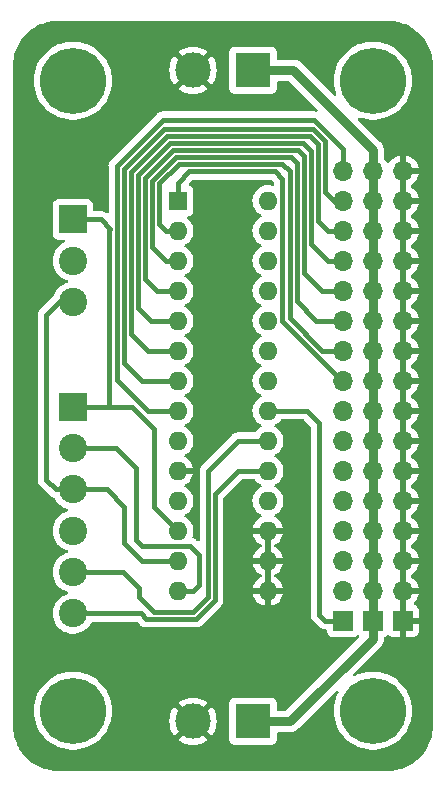
<source format=gbr>
%TF.GenerationSoftware,KiCad,Pcbnew,7.0.6*%
%TF.CreationDate,2023-07-17T12:15:40-04:00*%
%TF.ProjectId,mcp23s17_single_breakout,6d637032-3373-4313-975f-73696e676c65,rev?*%
%TF.SameCoordinates,Original*%
%TF.FileFunction,Copper,L1,Top*%
%TF.FilePolarity,Positive*%
%FSLAX46Y46*%
G04 Gerber Fmt 4.6, Leading zero omitted, Abs format (unit mm)*
G04 Created by KiCad (PCBNEW 7.0.6) date 2023-07-17 12:15:40*
%MOMM*%
%LPD*%
G01*
G04 APERTURE LIST*
%TA.AperFunction,ComponentPad*%
%ADD10R,2.400000X2.400000*%
%TD*%
%TA.AperFunction,ComponentPad*%
%ADD11C,2.400000*%
%TD*%
%TA.AperFunction,ComponentPad*%
%ADD12R,3.000000X3.000000*%
%TD*%
%TA.AperFunction,ComponentPad*%
%ADD13C,3.000000*%
%TD*%
%TA.AperFunction,ComponentPad*%
%ADD14R,1.700000X1.700000*%
%TD*%
%TA.AperFunction,ComponentPad*%
%ADD15O,1.700000X1.700000*%
%TD*%
%TA.AperFunction,ComponentPad*%
%ADD16R,1.600000X1.600000*%
%TD*%
%TA.AperFunction,ComponentPad*%
%ADD17O,1.600000X1.600000*%
%TD*%
%TA.AperFunction,ComponentPad*%
%ADD18C,5.600000*%
%TD*%
%TA.AperFunction,Conductor*%
%ADD19C,0.800000*%
%TD*%
%TA.AperFunction,Conductor*%
%ADD20C,0.400000*%
%TD*%
G04 APERTURE END LIST*
D10*
%TO.P,J2,1,Pin_1*%
%TO.N,SCK*%
X167640000Y-91100000D03*
D11*
%TO.P,J2,2,Pin_2*%
%TO.N,MISO*%
X167640000Y-94600000D03*
%TO.P,J2,3,Pin_3*%
%TO.N,MOSI*%
X167640000Y-98100000D03*
%TO.P,J2,4,Pin_4*%
%TO.N,CS0*%
X167640000Y-101600000D03*
%TO.P,J2,5,Pin_5*%
%TO.N,INTA0*%
X167640000Y-105100000D03*
%TO.P,J2,6,Pin_6*%
%TO.N,INTB0*%
X167640000Y-108600000D03*
%TD*%
D12*
%TO.P,J1,1,Pin_1*%
%TO.N,VCC*%
X182880000Y-62611000D03*
D13*
%TO.P,J1,2,Pin_2*%
%TO.N,GND*%
X177800000Y-62611000D03*
%TD*%
D14*
%TO.P,J7,1,Pin_1*%
%TO.N,GND*%
X195580000Y-109220000D03*
D15*
%TO.P,J7,2,Pin_2*%
X195580000Y-106680000D03*
%TO.P,J7,3,Pin_3*%
X195580000Y-104140000D03*
%TO.P,J7,4,Pin_4*%
X195580000Y-101600000D03*
%TO.P,J7,5,Pin_5*%
X195580000Y-99060000D03*
%TO.P,J7,6,Pin_6*%
X195580000Y-96520000D03*
%TO.P,J7,7,Pin_7*%
X195580000Y-93980000D03*
%TO.P,J7,8,Pin_8*%
X195580000Y-91440000D03*
%TO.P,J7,9,Pin_9*%
X195580000Y-88900000D03*
%TO.P,J7,10,Pin_10*%
X195580000Y-86360000D03*
%TO.P,J7,11,Pin_11*%
X195580000Y-83820000D03*
%TO.P,J7,12,Pin_12*%
X195580000Y-81280000D03*
%TO.P,J7,13,Pin_13*%
X195580000Y-78740000D03*
%TO.P,J7,14,Pin_14*%
X195580000Y-76200000D03*
%TO.P,J7,15,Pin_15*%
X195580000Y-73660000D03*
%TO.P,J7,16,Pin_16*%
X195580000Y-71120000D03*
%TD*%
D10*
%TO.P,J4,1,Pin_1*%
%TO.N,SCK*%
X167640000Y-75240000D03*
D11*
%TO.P,J4,2,Pin_2*%
%TO.N,MISO*%
X167640000Y-78740000D03*
%TO.P,J4,3,Pin_3*%
%TO.N,MOSI*%
X167640000Y-82240000D03*
%TD*%
D16*
%TO.P,U2,1,GPB0*%
%TO.N,Net-(J5-Pin_9)*%
X176530000Y-73660000D03*
D17*
%TO.P,U2,2,GPB1*%
%TO.N,Net-(J5-Pin_10)*%
X176530000Y-76200000D03*
%TO.P,U2,3,GPB2*%
%TO.N,Net-(J5-Pin_11)*%
X176530000Y-78740000D03*
%TO.P,U2,4,GPB3*%
%TO.N,Net-(J5-Pin_12)*%
X176530000Y-81280000D03*
%TO.P,U2,5,GPB4*%
%TO.N,Net-(J5-Pin_13)*%
X176530000Y-83820000D03*
%TO.P,U2,6,GPB5*%
%TO.N,Net-(J5-Pin_14)*%
X176530000Y-86360000D03*
%TO.P,U2,7,GPB6*%
%TO.N,Net-(J5-Pin_15)*%
X176530000Y-88900000D03*
%TO.P,U2,8,GPB7*%
%TO.N,Net-(J5-Pin_16)*%
X176530000Y-91440000D03*
%TO.P,U2,9,VDD*%
%TO.N,VCC*%
X176530000Y-93980000D03*
%TO.P,U2,10,VSS*%
%TO.N,GND*%
X176530000Y-96520000D03*
%TO.P,U2,11,~{CS}*%
%TO.N,CS0*%
X176530000Y-99060000D03*
%TO.P,U2,12,SCK*%
%TO.N,SCK*%
X176530000Y-101600000D03*
%TO.P,U2,13,SI*%
%TO.N,MOSI*%
X176530000Y-104140000D03*
%TO.P,U2,14,SO*%
%TO.N,MISO*%
X176530000Y-106680000D03*
%TO.P,U2,15,A0*%
%TO.N,GND*%
X184150000Y-106680000D03*
%TO.P,U2,16,A1*%
X184150000Y-104140000D03*
%TO.P,U2,17,A2*%
X184150000Y-101600000D03*
%TO.P,U2,18,~{RESET}*%
%TO.N,VCC*%
X184150000Y-99060000D03*
%TO.P,U2,19,INTB*%
%TO.N,INTB0*%
X184150000Y-96520000D03*
%TO.P,U2,20,INTA*%
%TO.N,INTA0*%
X184150000Y-93980000D03*
%TO.P,U2,21,GPA0*%
%TO.N,Net-(J5-Pin_1)*%
X184150000Y-91440000D03*
%TO.P,U2,22,GPA1*%
%TO.N,Net-(J5-Pin_2)*%
X184150000Y-88900000D03*
%TO.P,U2,23,GPA2*%
%TO.N,Net-(J5-Pin_3)*%
X184150000Y-86360000D03*
%TO.P,U2,24,GPA3*%
%TO.N,Net-(J5-Pin_4)*%
X184150000Y-83820000D03*
%TO.P,U2,25,GPA4*%
%TO.N,Net-(J5-Pin_5)*%
X184150000Y-81280000D03*
%TO.P,U2,26,GPA5*%
%TO.N,Net-(J5-Pin_6)*%
X184150000Y-78740000D03*
%TO.P,U2,27,GPA6*%
%TO.N,Net-(J5-Pin_7)*%
X184150000Y-76200000D03*
%TO.P,U2,28,GPA7*%
%TO.N,Net-(J5-Pin_8)*%
X184150000Y-73660000D03*
%TD*%
D18*
%TO.P,H1,1*%
%TO.N,N/C*%
X167640000Y-63500000D03*
%TD*%
%TO.P,H3,1*%
%TO.N,N/C*%
X193040000Y-63500000D03*
%TD*%
D12*
%TO.P,J3,1,Pin_1*%
%TO.N,VCC*%
X182880000Y-117729000D03*
D13*
%TO.P,J3,2,Pin_2*%
%TO.N,GND*%
X177800000Y-117729000D03*
%TD*%
D14*
%TO.P,J5,1,Pin_1*%
%TO.N,Net-(J5-Pin_1)*%
X190500000Y-109220000D03*
D15*
%TO.P,J5,2,Pin_2*%
%TO.N,Net-(J5-Pin_2)*%
X190500000Y-106680000D03*
%TO.P,J5,3,Pin_3*%
%TO.N,Net-(J5-Pin_3)*%
X190500000Y-104140000D03*
%TO.P,J5,4,Pin_4*%
%TO.N,Net-(J5-Pin_4)*%
X190500000Y-101600000D03*
%TO.P,J5,5,Pin_5*%
%TO.N,Net-(J5-Pin_5)*%
X190500000Y-99060000D03*
%TO.P,J5,6,Pin_6*%
%TO.N,Net-(J5-Pin_6)*%
X190500000Y-96520000D03*
%TO.P,J5,7,Pin_7*%
%TO.N,Net-(J5-Pin_7)*%
X190500000Y-93980000D03*
%TO.P,J5,8,Pin_8*%
%TO.N,Net-(J5-Pin_8)*%
X190500000Y-91440000D03*
%TO.P,J5,9,Pin_9*%
%TO.N,Net-(J5-Pin_9)*%
X190500000Y-88900000D03*
%TO.P,J5,10,Pin_10*%
%TO.N,Net-(J5-Pin_10)*%
X190500000Y-86360000D03*
%TO.P,J5,11,Pin_11*%
%TO.N,Net-(J5-Pin_11)*%
X190500000Y-83820000D03*
%TO.P,J5,12,Pin_12*%
%TO.N,Net-(J5-Pin_12)*%
X190500000Y-81280000D03*
%TO.P,J5,13,Pin_13*%
%TO.N,Net-(J5-Pin_13)*%
X190500000Y-78740000D03*
%TO.P,J5,14,Pin_14*%
%TO.N,Net-(J5-Pin_14)*%
X190500000Y-76200000D03*
%TO.P,J5,15,Pin_15*%
%TO.N,Net-(J5-Pin_15)*%
X190500000Y-73660000D03*
%TO.P,J5,16,Pin_16*%
%TO.N,Net-(J5-Pin_16)*%
X190500000Y-71120000D03*
%TD*%
D14*
%TO.P,J6,1,Pin_1*%
%TO.N,VCC*%
X193040000Y-109220000D03*
D15*
%TO.P,J6,2,Pin_2*%
X193040000Y-106680000D03*
%TO.P,J6,3,Pin_3*%
X193040000Y-104140000D03*
%TO.P,J6,4,Pin_4*%
X193040000Y-101600000D03*
%TO.P,J6,5,Pin_5*%
X193040000Y-99060000D03*
%TO.P,J6,6,Pin_6*%
X193040000Y-96520000D03*
%TO.P,J6,7,Pin_7*%
X193040000Y-93980000D03*
%TO.P,J6,8,Pin_8*%
X193040000Y-91440000D03*
%TO.P,J6,9,Pin_9*%
X193040000Y-88900000D03*
%TO.P,J6,10,Pin_10*%
X193040000Y-86360000D03*
%TO.P,J6,11,Pin_11*%
X193040000Y-83820000D03*
%TO.P,J6,12,Pin_12*%
X193040000Y-81280000D03*
%TO.P,J6,13,Pin_13*%
X193040000Y-78740000D03*
%TO.P,J6,14,Pin_14*%
X193040000Y-76200000D03*
%TO.P,J6,15,Pin_15*%
X193040000Y-73660000D03*
%TO.P,J6,16,Pin_16*%
X193040000Y-71120000D03*
%TD*%
D18*
%TO.P,H4,1*%
%TO.N,N/C*%
X193040000Y-116840000D03*
%TD*%
%TO.P,H2,1*%
%TO.N,N/C*%
X167640000Y-116840000D03*
%TD*%
D19*
%TO.N,VCC*%
X193040000Y-96520000D02*
X193040000Y-99060000D01*
X193040000Y-99060000D02*
X193040000Y-101600000D01*
X193040000Y-91440000D02*
X193040000Y-93980000D01*
X193040000Y-83820000D02*
X193040000Y-86360000D01*
X186309000Y-62611000D02*
X193040000Y-69342000D01*
X193040000Y-110744000D02*
X193040000Y-109220000D01*
X186055000Y-117729000D02*
X193040000Y-110744000D01*
X193040000Y-101600000D02*
X193040000Y-104140000D01*
X193040000Y-88900000D02*
X193040000Y-91440000D01*
X182880000Y-62611000D02*
X186309000Y-62611000D01*
X193040000Y-109220000D02*
X193040000Y-106680000D01*
X193040000Y-86360000D02*
X193040000Y-88900000D01*
X193040000Y-73660000D02*
X193040000Y-76200000D01*
X193040000Y-76200000D02*
X193040000Y-78740000D01*
X193040000Y-106680000D02*
X193040000Y-104140000D01*
X182880000Y-117729000D02*
X186055000Y-117729000D01*
X193040000Y-81280000D02*
X193040000Y-83820000D01*
X193040000Y-93980000D02*
X193040000Y-96520000D01*
X193040000Y-69342000D02*
X193040000Y-71120000D01*
X193040000Y-71120000D02*
X193040000Y-73660000D01*
X193040000Y-78740000D02*
X193040000Y-81280000D01*
D20*
%TO.N,Net-(J5-Pin_1)*%
X188468000Y-108712000D02*
X188976000Y-109220000D01*
X187452000Y-91440000D02*
X188468000Y-92456000D01*
X184150000Y-91440000D02*
X187452000Y-91440000D01*
X188468000Y-92456000D02*
X188468000Y-108712000D01*
X188976000Y-109220000D02*
X190500000Y-109220000D01*
%TO.N,Net-(J5-Pin_9)*%
X185376000Y-83862528D02*
X190413472Y-88900000D01*
X190413472Y-88900000D02*
X190500000Y-88900000D01*
X176530000Y-73660000D02*
X176530000Y-72136000D01*
X185376000Y-71838000D02*
X185376000Y-83862528D01*
X184702000Y-71164000D02*
X185376000Y-71838000D01*
X176530000Y-72136000D02*
X177502000Y-71164000D01*
X177502000Y-71164000D02*
X184702000Y-71164000D01*
%TO.N,Net-(J5-Pin_10)*%
X174958000Y-72195168D02*
X174958000Y-75644000D01*
X185372000Y-70564000D02*
X176589168Y-70564000D01*
X188722000Y-86360000D02*
X185976000Y-83614000D01*
X175514000Y-76200000D02*
X174958000Y-75644000D01*
X190500000Y-86360000D02*
X188722000Y-86360000D01*
X176589168Y-70564000D02*
X174958000Y-72195168D01*
X176530000Y-76200000D02*
X175514000Y-76200000D01*
X185976000Y-71168000D02*
X185372000Y-70564000D01*
X185976000Y-83614000D02*
X185976000Y-71168000D01*
%TO.N,Net-(J5-Pin_11)*%
X176340640Y-69964000D02*
X186068000Y-69964000D01*
X188214000Y-83820000D02*
X190500000Y-83820000D01*
X175514000Y-78740000D02*
X174358000Y-77584000D01*
X186576000Y-70472000D02*
X186576000Y-82182000D01*
X186068000Y-69964000D02*
X186576000Y-70472000D01*
X186576000Y-82182000D02*
X188214000Y-83820000D01*
X174358000Y-77584000D02*
X174358000Y-71946640D01*
X176530000Y-78740000D02*
X175514000Y-78740000D01*
X174358000Y-71946640D02*
X176340640Y-69964000D01*
%TO.N,Net-(J5-Pin_12)*%
X176092112Y-69364000D02*
X173758000Y-71698112D01*
X174752000Y-81280000D02*
X176530000Y-81280000D01*
X190500000Y-81280000D02*
X188722000Y-81280000D01*
X188722000Y-81280000D02*
X187176000Y-79734000D01*
X186712000Y-69364000D02*
X176092112Y-69364000D01*
X187176000Y-79734000D02*
X187176000Y-69828000D01*
X187176000Y-69828000D02*
X186712000Y-69364000D01*
X173758000Y-80286000D02*
X174752000Y-81280000D01*
X173758000Y-71698112D02*
X173758000Y-80286000D01*
%TO.N,Net-(J5-Pin_13)*%
X173158000Y-82734000D02*
X173158000Y-71449584D01*
X187776000Y-77286000D02*
X189230000Y-78740000D01*
X189230000Y-78740000D02*
X190500000Y-78740000D01*
X176530000Y-83820000D02*
X174244000Y-83820000D01*
X173158000Y-71449584D02*
X175843584Y-68764000D01*
X187776000Y-69412000D02*
X187776000Y-77286000D01*
X174244000Y-83820000D02*
X173158000Y-82734000D01*
X175843584Y-68764000D02*
X187128000Y-68764000D01*
X187128000Y-68764000D02*
X187776000Y-69412000D01*
%TO.N,Net-(J5-Pin_14)*%
X188376000Y-68828528D02*
X187711472Y-68164000D01*
X190500000Y-76200000D02*
X189230000Y-76200000D01*
X189230000Y-76200000D02*
X188376000Y-75346000D01*
X188376000Y-75346000D02*
X188376000Y-68828528D01*
X172558000Y-71201056D02*
X172558000Y-84928000D01*
X173990000Y-86360000D02*
X176530000Y-86360000D01*
X187711472Y-68164000D02*
X175595056Y-68164000D01*
X175595056Y-68164000D02*
X172558000Y-71201056D01*
X172558000Y-84928000D02*
X173990000Y-86360000D01*
%TO.N,Net-(J5-Pin_15)*%
X173482000Y-88900000D02*
X176530000Y-88900000D01*
X188976000Y-72898000D02*
X188976000Y-68580000D01*
X187960000Y-67564000D02*
X175346528Y-67564000D01*
X188976000Y-68580000D02*
X187960000Y-67564000D01*
X175346528Y-67564000D02*
X171958000Y-70952528D01*
X171958000Y-87376000D02*
X173482000Y-88900000D01*
X171958000Y-70952528D02*
X171958000Y-87376000D01*
X189738000Y-73660000D02*
X188976000Y-72898000D01*
X190500000Y-73660000D02*
X189738000Y-73660000D01*
%TO.N,Net-(J5-Pin_16)*%
X171358000Y-70704000D02*
X175260000Y-66802000D01*
X176530000Y-91440000D02*
X173990000Y-91440000D01*
X173990000Y-91440000D02*
X171358000Y-88808000D01*
X175260000Y-66802000D02*
X188046528Y-66802000D01*
X188046528Y-66802000D02*
X190500000Y-69255472D01*
X190500000Y-69255472D02*
X190500000Y-71120000D01*
X171358000Y-88808000D02*
X171358000Y-70704000D01*
%TO.N,SCK*%
X170688000Y-91100000D02*
X167640000Y-91100000D01*
X170758000Y-76016000D02*
X170688000Y-76086000D01*
X167640000Y-75240000D02*
X169982000Y-75240000D01*
X170688000Y-76086000D02*
X170688000Y-91100000D01*
X169982000Y-75240000D02*
X170758000Y-76016000D01*
X172634000Y-91100000D02*
X170688000Y-91100000D01*
X174498000Y-92964000D02*
X172634000Y-91100000D01*
X176530000Y-101600000D02*
X174498000Y-99568000D01*
X174498000Y-99568000D02*
X174498000Y-92964000D01*
%TO.N,MISO*%
X178308000Y-103632000D02*
X177546000Y-102870000D01*
X172974000Y-96266000D02*
X171308000Y-94600000D01*
X177546000Y-102870000D02*
X173482000Y-102870000D01*
X173482000Y-102870000D02*
X172974000Y-102362000D01*
X171308000Y-94600000D02*
X167640000Y-94600000D01*
X176530000Y-106680000D02*
X177800000Y-106680000D01*
X177800000Y-106680000D02*
X178308000Y-106172000D01*
X172974000Y-102362000D02*
X172974000Y-96266000D01*
X178308000Y-106172000D02*
X178308000Y-103632000D01*
%TO.N,MOSI*%
X166426000Y-82240000D02*
X165354000Y-83312000D01*
X171958000Y-102616000D02*
X171958000Y-99568000D01*
X173482000Y-104140000D02*
X171958000Y-102616000D01*
X170490000Y-98100000D02*
X167640000Y-98100000D01*
X166172000Y-98100000D02*
X167640000Y-98100000D01*
X171958000Y-99568000D02*
X170490000Y-98100000D01*
X165354000Y-83312000D02*
X165354000Y-97282000D01*
X165354000Y-97282000D02*
X166172000Y-98100000D01*
X167640000Y-82240000D02*
X166426000Y-82240000D01*
X176530000Y-104140000D02*
X173482000Y-104140000D01*
%TO.N,INTA0*%
X179070000Y-96520000D02*
X179070000Y-107188000D01*
X171902000Y-105100000D02*
X167640000Y-105100000D01*
X184150000Y-93980000D02*
X181610000Y-93980000D01*
X174498000Y-108458000D02*
X173228000Y-107188000D01*
X177800000Y-108458000D02*
X174498000Y-108458000D01*
X179070000Y-107188000D02*
X177800000Y-108458000D01*
X181610000Y-93980000D02*
X179070000Y-96520000D01*
X173228000Y-106426000D02*
X171902000Y-105100000D01*
X173228000Y-107188000D02*
X173228000Y-106426000D01*
%TO.N,INTB0*%
X173828000Y-109058000D02*
X178048528Y-109058000D01*
X173370000Y-108600000D02*
X173828000Y-109058000D01*
X179670000Y-107436528D02*
X179670000Y-98460000D01*
X181610000Y-96520000D02*
X184150000Y-96520000D01*
X167640000Y-108600000D02*
X173370000Y-108600000D01*
X178048528Y-109058000D02*
X179670000Y-107436528D01*
X179670000Y-98460000D02*
X181610000Y-96520000D01*
%TD*%
%TA.AperFunction,Conductor*%
%TO.N,GND*%
G36*
X195830000Y-108784498D02*
G01*
X195722315Y-108735320D01*
X195615763Y-108720000D01*
X195544237Y-108720000D01*
X195437685Y-108735320D01*
X195330000Y-108784498D01*
X195330000Y-107115501D01*
X195437685Y-107164680D01*
X195544237Y-107180000D01*
X195615763Y-107180000D01*
X195722315Y-107164680D01*
X195830000Y-107115501D01*
X195830000Y-108784498D01*
G37*
%TD.AperFunction*%
%TA.AperFunction,Conductor*%
G36*
X184400000Y-106364314D02*
G01*
X184388045Y-106352359D01*
X184275148Y-106294835D01*
X184181481Y-106280000D01*
X184118519Y-106280000D01*
X184024852Y-106294835D01*
X183911955Y-106352359D01*
X183900000Y-106364314D01*
X183900000Y-104455686D01*
X183911955Y-104467641D01*
X184024852Y-104525165D01*
X184118519Y-104540000D01*
X184181481Y-104540000D01*
X184275148Y-104525165D01*
X184388045Y-104467641D01*
X184400000Y-104455685D01*
X184400000Y-106364314D01*
G37*
%TD.AperFunction*%
%TA.AperFunction,Conductor*%
G36*
X195830000Y-106244498D02*
G01*
X195722315Y-106195320D01*
X195615763Y-106180000D01*
X195544237Y-106180000D01*
X195437685Y-106195320D01*
X195330000Y-106244498D01*
X195330000Y-104575501D01*
X195437685Y-104624680D01*
X195544237Y-104640000D01*
X195615763Y-104640000D01*
X195722315Y-104624680D01*
X195830000Y-104575501D01*
X195830000Y-106244498D01*
G37*
%TD.AperFunction*%
%TA.AperFunction,Conductor*%
G36*
X184400000Y-103824314D02*
G01*
X184388045Y-103812359D01*
X184275148Y-103754835D01*
X184181481Y-103740000D01*
X184118519Y-103740000D01*
X184024852Y-103754835D01*
X183911955Y-103812359D01*
X183900000Y-103824314D01*
X183900000Y-101915686D01*
X183911955Y-101927641D01*
X184024852Y-101985165D01*
X184118519Y-102000000D01*
X184181481Y-102000000D01*
X184275148Y-101985165D01*
X184388045Y-101927641D01*
X184400000Y-101915685D01*
X184400000Y-103824314D01*
G37*
%TD.AperFunction*%
%TA.AperFunction,Conductor*%
G36*
X195830000Y-103704498D02*
G01*
X195722315Y-103655320D01*
X195615763Y-103640000D01*
X195544237Y-103640000D01*
X195437685Y-103655320D01*
X195330000Y-103704498D01*
X195330000Y-102035501D01*
X195437685Y-102084680D01*
X195544237Y-102100000D01*
X195615763Y-102100000D01*
X195722315Y-102084680D01*
X195830000Y-102035501D01*
X195830000Y-103704498D01*
G37*
%TD.AperFunction*%
%TA.AperFunction,Conductor*%
G36*
X184424207Y-71892185D02*
G01*
X184444849Y-71908819D01*
X184631181Y-72095150D01*
X184664666Y-72156473D01*
X184667500Y-72182831D01*
X184667500Y-72282405D01*
X184647815Y-72349444D01*
X184595011Y-72395199D01*
X184525853Y-72405143D01*
X184511407Y-72402180D01*
X184378091Y-72366458D01*
X184378089Y-72366457D01*
X184378087Y-72366457D01*
X184378085Y-72366456D01*
X184378081Y-72366456D01*
X184150002Y-72346502D01*
X184149998Y-72346502D01*
X183921918Y-72366456D01*
X183921910Y-72366457D01*
X183700761Y-72425714D01*
X183700750Y-72425718D01*
X183493254Y-72522475D01*
X183493252Y-72522476D01*
X183493249Y-72522477D01*
X183493251Y-72522477D01*
X183305700Y-72653802D01*
X183305698Y-72653803D01*
X183305695Y-72653806D01*
X183143806Y-72815695D01*
X183143803Y-72815698D01*
X183143802Y-72815700D01*
X183138877Y-72822734D01*
X183012476Y-73003252D01*
X183012475Y-73003254D01*
X182915718Y-73210750D01*
X182915714Y-73210761D01*
X182856457Y-73431910D01*
X182856456Y-73431918D01*
X182836502Y-73659998D01*
X182836502Y-73660001D01*
X182856456Y-73888081D01*
X182856457Y-73888089D01*
X182915714Y-74109238D01*
X182915718Y-74109249D01*
X183012475Y-74316745D01*
X183012477Y-74316749D01*
X183143802Y-74504300D01*
X183305700Y-74666198D01*
X183493251Y-74797523D01*
X183536345Y-74817618D01*
X183588783Y-74863788D01*
X183607936Y-74930981D01*
X183587721Y-74997863D01*
X183536347Y-75042380D01*
X183493252Y-75062476D01*
X183493249Y-75062477D01*
X183493251Y-75062477D01*
X183305700Y-75193802D01*
X183305698Y-75193803D01*
X183305695Y-75193806D01*
X183143806Y-75355695D01*
X183143803Y-75355698D01*
X183143802Y-75355700D01*
X183138877Y-75362734D01*
X183012476Y-75543252D01*
X183012475Y-75543254D01*
X182915718Y-75750750D01*
X182915714Y-75750761D01*
X182856457Y-75971910D01*
X182856456Y-75971918D01*
X182836502Y-76199998D01*
X182836502Y-76200001D01*
X182856456Y-76428081D01*
X182856457Y-76428089D01*
X182915714Y-76649238D01*
X182915718Y-76649249D01*
X183011958Y-76855636D01*
X183012477Y-76856749D01*
X183143802Y-77044300D01*
X183305700Y-77206198D01*
X183493251Y-77337523D01*
X183536345Y-77357618D01*
X183588783Y-77403788D01*
X183607936Y-77470981D01*
X183587721Y-77537863D01*
X183536347Y-77582380D01*
X183493252Y-77602476D01*
X183493249Y-77602477D01*
X183493251Y-77602477D01*
X183305700Y-77733802D01*
X183305698Y-77733803D01*
X183305695Y-77733806D01*
X183143806Y-77895695D01*
X183143803Y-77895698D01*
X183143802Y-77895700D01*
X183138877Y-77902734D01*
X183012476Y-78083252D01*
X183012475Y-78083254D01*
X182915718Y-78290750D01*
X182915714Y-78290761D01*
X182856457Y-78511910D01*
X182856456Y-78511918D01*
X182836502Y-78739998D01*
X182836502Y-78740001D01*
X182856456Y-78968081D01*
X182856457Y-78968089D01*
X182915714Y-79189238D01*
X182915718Y-79189249D01*
X183011288Y-79394200D01*
X183012477Y-79396749D01*
X183143802Y-79584300D01*
X183305700Y-79746198D01*
X183493250Y-79877522D01*
X183493251Y-79877523D01*
X183536345Y-79897618D01*
X183588784Y-79943791D01*
X183607936Y-80010984D01*
X183587720Y-80077865D01*
X183536345Y-80122382D01*
X183493251Y-80142476D01*
X183392965Y-80212698D01*
X183305700Y-80273802D01*
X183305698Y-80273803D01*
X183305695Y-80273806D01*
X183143806Y-80435695D01*
X183143803Y-80435698D01*
X183143802Y-80435700D01*
X183068641Y-80543041D01*
X183012476Y-80623252D01*
X183012475Y-80623254D01*
X182915718Y-80830750D01*
X182915714Y-80830761D01*
X182856457Y-81051910D01*
X182856456Y-81051918D01*
X182836502Y-81279998D01*
X182836502Y-81280001D01*
X182856456Y-81508081D01*
X182856457Y-81508089D01*
X182915714Y-81729238D01*
X182915718Y-81729249D01*
X183011961Y-81935643D01*
X183012477Y-81936749D01*
X183143802Y-82124300D01*
X183305700Y-82286198D01*
X183452756Y-82389168D01*
X183493251Y-82417523D01*
X183536345Y-82437618D01*
X183588784Y-82483791D01*
X183607936Y-82550984D01*
X183587720Y-82617865D01*
X183536345Y-82662382D01*
X183493251Y-82682476D01*
X183392965Y-82752698D01*
X183305700Y-82813802D01*
X183305698Y-82813803D01*
X183305695Y-82813806D01*
X183143806Y-82975695D01*
X183143803Y-82975698D01*
X183143802Y-82975700D01*
X183062497Y-83091815D01*
X183012476Y-83163252D01*
X183012475Y-83163254D01*
X182915718Y-83370750D01*
X182915714Y-83370761D01*
X182856457Y-83591910D01*
X182856456Y-83591918D01*
X182836502Y-83819998D01*
X182836502Y-83820001D01*
X182856456Y-84048081D01*
X182856457Y-84048089D01*
X182915714Y-84269238D01*
X182915718Y-84269249D01*
X183011288Y-84474200D01*
X183012477Y-84476749D01*
X183143802Y-84664300D01*
X183305700Y-84826198D01*
X183493250Y-84957522D01*
X183493251Y-84957523D01*
X183536345Y-84977618D01*
X183588784Y-85023791D01*
X183607936Y-85090984D01*
X183587720Y-85157865D01*
X183536345Y-85202382D01*
X183493251Y-85222476D01*
X183392965Y-85292698D01*
X183305700Y-85353802D01*
X183305698Y-85353803D01*
X183305695Y-85353806D01*
X183143806Y-85515695D01*
X183143803Y-85515698D01*
X183143802Y-85515700D01*
X183062497Y-85631815D01*
X183012476Y-85703252D01*
X183012475Y-85703254D01*
X182915718Y-85910750D01*
X182915714Y-85910761D01*
X182856457Y-86131910D01*
X182856456Y-86131918D01*
X182836502Y-86359998D01*
X182836502Y-86360001D01*
X182856456Y-86588081D01*
X182856457Y-86588089D01*
X182915714Y-86809238D01*
X182915718Y-86809249D01*
X183011288Y-87014200D01*
X183012477Y-87016749D01*
X183143802Y-87204300D01*
X183305700Y-87366198D01*
X183493251Y-87497523D01*
X183536345Y-87517618D01*
X183588784Y-87563791D01*
X183607936Y-87630984D01*
X183587720Y-87697865D01*
X183536345Y-87742382D01*
X183493251Y-87762476D01*
X183392965Y-87832698D01*
X183305700Y-87893802D01*
X183305698Y-87893803D01*
X183305695Y-87893806D01*
X183143806Y-88055695D01*
X183143803Y-88055698D01*
X183143802Y-88055700D01*
X183062497Y-88171815D01*
X183012476Y-88243252D01*
X183012475Y-88243254D01*
X182915718Y-88450750D01*
X182915714Y-88450761D01*
X182856457Y-88671910D01*
X182856456Y-88671918D01*
X182836502Y-88899998D01*
X182836502Y-88900001D01*
X182856456Y-89128081D01*
X182856457Y-89128089D01*
X182915714Y-89349238D01*
X182915718Y-89349249D01*
X183011601Y-89554870D01*
X183012477Y-89556749D01*
X183143802Y-89744300D01*
X183305700Y-89906198D01*
X183493250Y-90037522D01*
X183493251Y-90037523D01*
X183536345Y-90057618D01*
X183588784Y-90103791D01*
X183607936Y-90170984D01*
X183587720Y-90237865D01*
X183536345Y-90282382D01*
X183493251Y-90302476D01*
X183392965Y-90372698D01*
X183305700Y-90433802D01*
X183305698Y-90433803D01*
X183305695Y-90433806D01*
X183143806Y-90595695D01*
X183143803Y-90595698D01*
X183143802Y-90595700D01*
X183062497Y-90711815D01*
X183012476Y-90783252D01*
X183012475Y-90783254D01*
X182915718Y-90990750D01*
X182915714Y-90990761D01*
X182856457Y-91211910D01*
X182856456Y-91211918D01*
X182836502Y-91439998D01*
X182836502Y-91440001D01*
X182856456Y-91668081D01*
X182856457Y-91668089D01*
X182915714Y-91889238D01*
X182915718Y-91889249D01*
X183012475Y-92096745D01*
X183012477Y-92096749D01*
X183143802Y-92284300D01*
X183305700Y-92446198D01*
X183447348Y-92545381D01*
X183493251Y-92577523D01*
X183536345Y-92597618D01*
X183588784Y-92643791D01*
X183607936Y-92710984D01*
X183587720Y-92777865D01*
X183536345Y-92822382D01*
X183493251Y-92842476D01*
X183392965Y-92912698D01*
X183305700Y-92973802D01*
X183305698Y-92973803D01*
X183305695Y-92973806D01*
X183143803Y-93135698D01*
X183085739Y-93218623D01*
X183031163Y-93262248D01*
X182984164Y-93271500D01*
X181633279Y-93271500D01*
X181629535Y-93271387D01*
X181566909Y-93267599D01*
X181566904Y-93267599D01*
X181505198Y-93278907D01*
X181501496Y-93279470D01*
X181439202Y-93287034D01*
X181439199Y-93287035D01*
X181429483Y-93290719D01*
X181407885Y-93296739D01*
X181397672Y-93298611D01*
X181397668Y-93298612D01*
X181340450Y-93324364D01*
X181337015Y-93325786D01*
X181286300Y-93345021D01*
X181278322Y-93348047D01*
X181269773Y-93353948D01*
X181250239Y-93364965D01*
X181240777Y-93369224D01*
X181240771Y-93369227D01*
X181191389Y-93407915D01*
X181188375Y-93410132D01*
X181136727Y-93445784D01*
X181095123Y-93492744D01*
X181092556Y-93495471D01*
X178585480Y-96002548D01*
X178582753Y-96005115D01*
X178535782Y-96046728D01*
X178535780Y-96046731D01*
X178500138Y-96098367D01*
X178497920Y-96101382D01*
X178459223Y-96150777D01*
X178454962Y-96160243D01*
X178443947Y-96179774D01*
X178438048Y-96188320D01*
X178438044Y-96188328D01*
X178415794Y-96246995D01*
X178414361Y-96250454D01*
X178388610Y-96307670D01*
X178388609Y-96307673D01*
X178386737Y-96317889D01*
X178380715Y-96339494D01*
X178377035Y-96349198D01*
X178369470Y-96411490D01*
X178368908Y-96415179D01*
X178366208Y-96429921D01*
X178357598Y-96476903D01*
X178357598Y-96476908D01*
X178361387Y-96539544D01*
X178361500Y-96543289D01*
X178361500Y-102384167D01*
X178341815Y-102451206D01*
X178289011Y-102496961D01*
X178219853Y-102506905D01*
X178156297Y-102477880D01*
X178149819Y-102471849D01*
X178063452Y-102385482D01*
X178060884Y-102382754D01*
X178019271Y-102335783D01*
X177967628Y-102300136D01*
X177964611Y-102297916D01*
X177915227Y-102259225D01*
X177909235Y-102256528D01*
X177905760Y-102254964D01*
X177886216Y-102243941D01*
X177881210Y-102240486D01*
X177877677Y-102238047D01*
X177877672Y-102238044D01*
X177831346Y-102220475D01*
X177775644Y-102178297D01*
X177751588Y-102112699D01*
X177762521Y-102054367D01*
X177762431Y-102054335D01*
X177762629Y-102053789D01*
X177762942Y-102052119D01*
X177764284Y-102049243D01*
X177823543Y-101828087D01*
X177843498Y-101600000D01*
X177823543Y-101371913D01*
X177764284Y-101150757D01*
X177667523Y-100943251D01*
X177536198Y-100755700D01*
X177374300Y-100593802D01*
X177186749Y-100462477D01*
X177178889Y-100458812D01*
X177143655Y-100442382D01*
X177091215Y-100396210D01*
X177072063Y-100329017D01*
X177092278Y-100262136D01*
X177143655Y-100217618D01*
X177146882Y-100216112D01*
X177186749Y-100197523D01*
X177374300Y-100066198D01*
X177536198Y-99904300D01*
X177667523Y-99716749D01*
X177764284Y-99509243D01*
X177823543Y-99288087D01*
X177843498Y-99060000D01*
X177823543Y-98831913D01*
X177764284Y-98610757D01*
X177747222Y-98574168D01*
X177725736Y-98528091D01*
X177667523Y-98403251D01*
X177536198Y-98215700D01*
X177374300Y-98053802D01*
X177186749Y-97922477D01*
X177133596Y-97897691D01*
X177081158Y-97851519D01*
X177062007Y-97784325D01*
X177082223Y-97717444D01*
X177133600Y-97672927D01*
X177182483Y-97650133D01*
X177368820Y-97519657D01*
X177529657Y-97358820D01*
X177660134Y-97172482D01*
X177756265Y-96966326D01*
X177756269Y-96966317D01*
X177808872Y-96770000D01*
X176845686Y-96770000D01*
X176857641Y-96758045D01*
X176915165Y-96645148D01*
X176934986Y-96520000D01*
X176915165Y-96394852D01*
X176857641Y-96281955D01*
X176845686Y-96270000D01*
X177808872Y-96270000D01*
X177808872Y-96269999D01*
X177756269Y-96073682D01*
X177756265Y-96073673D01*
X177660134Y-95867517D01*
X177529657Y-95681179D01*
X177368820Y-95520342D01*
X177182481Y-95389865D01*
X177182479Y-95389864D01*
X177133599Y-95367071D01*
X177081159Y-95320899D01*
X177062007Y-95253706D01*
X177082223Y-95186824D01*
X177133599Y-95142307D01*
X177136520Y-95140945D01*
X177186749Y-95117523D01*
X177374300Y-94986198D01*
X177536198Y-94824300D01*
X177667523Y-94636749D01*
X177764284Y-94429243D01*
X177823543Y-94208087D01*
X177843498Y-93980000D01*
X177823543Y-93751913D01*
X177764284Y-93530757D01*
X177746558Y-93492744D01*
X177708036Y-93410132D01*
X177667523Y-93323251D01*
X177536198Y-93135700D01*
X177374300Y-92973802D01*
X177186749Y-92842477D01*
X177178889Y-92838812D01*
X177143655Y-92822382D01*
X177091215Y-92776210D01*
X177072063Y-92709017D01*
X177092278Y-92642136D01*
X177143655Y-92597618D01*
X177149756Y-92594773D01*
X177186749Y-92577523D01*
X177374300Y-92446198D01*
X177536198Y-92284300D01*
X177667523Y-92096749D01*
X177764284Y-91889243D01*
X177823543Y-91668087D01*
X177843498Y-91440000D01*
X177843497Y-91439994D01*
X177823543Y-91211918D01*
X177823543Y-91211913D01*
X177764284Y-90990757D01*
X177667523Y-90783251D01*
X177536198Y-90595700D01*
X177374300Y-90433802D01*
X177186749Y-90302477D01*
X177178889Y-90298812D01*
X177143655Y-90282382D01*
X177091215Y-90236210D01*
X177072063Y-90169017D01*
X177092278Y-90102136D01*
X177143655Y-90057618D01*
X177146882Y-90056112D01*
X177186749Y-90037523D01*
X177374300Y-89906198D01*
X177536198Y-89744300D01*
X177667523Y-89556749D01*
X177764284Y-89349243D01*
X177823543Y-89128087D01*
X177843498Y-88900000D01*
X177823543Y-88671913D01*
X177764284Y-88450757D01*
X177667523Y-88243251D01*
X177536198Y-88055700D01*
X177374300Y-87893802D01*
X177186749Y-87762477D01*
X177178889Y-87758812D01*
X177143655Y-87742382D01*
X177091215Y-87696210D01*
X177072063Y-87629017D01*
X177092278Y-87562136D01*
X177143655Y-87517618D01*
X177146882Y-87516112D01*
X177186749Y-87497523D01*
X177374300Y-87366198D01*
X177536198Y-87204300D01*
X177667523Y-87016749D01*
X177764284Y-86809243D01*
X177823543Y-86588087D01*
X177843498Y-86360000D01*
X177823543Y-86131913D01*
X177764284Y-85910757D01*
X177667523Y-85703251D01*
X177536198Y-85515700D01*
X177374300Y-85353802D01*
X177186749Y-85222477D01*
X177178889Y-85218812D01*
X177143655Y-85202382D01*
X177091215Y-85156210D01*
X177072063Y-85089017D01*
X177092278Y-85022136D01*
X177143655Y-84977618D01*
X177146882Y-84976112D01*
X177186749Y-84957523D01*
X177374300Y-84826198D01*
X177536198Y-84664300D01*
X177667523Y-84476749D01*
X177764284Y-84269243D01*
X177823543Y-84048087D01*
X177843498Y-83820000D01*
X177823543Y-83591913D01*
X177764284Y-83370757D01*
X177746869Y-83333411D01*
X177687051Y-83205130D01*
X177667523Y-83163251D01*
X177536198Y-82975700D01*
X177374300Y-82813802D01*
X177186749Y-82682477D01*
X177178889Y-82678812D01*
X177143655Y-82662382D01*
X177091215Y-82616210D01*
X177072063Y-82549017D01*
X177092278Y-82482136D01*
X177143655Y-82437618D01*
X177146882Y-82436112D01*
X177186749Y-82417523D01*
X177374300Y-82286198D01*
X177536198Y-82124300D01*
X177667523Y-81936749D01*
X177764284Y-81729243D01*
X177823543Y-81508087D01*
X177843498Y-81280000D01*
X177823543Y-81051913D01*
X177764284Y-80830757D01*
X177667523Y-80623251D01*
X177536198Y-80435700D01*
X177374300Y-80273802D01*
X177186749Y-80142477D01*
X177178889Y-80138812D01*
X177143655Y-80122382D01*
X177091215Y-80076210D01*
X177072063Y-80009017D01*
X177092278Y-79942136D01*
X177143655Y-79897618D01*
X177146882Y-79896112D01*
X177186749Y-79877523D01*
X177374300Y-79746198D01*
X177536198Y-79584300D01*
X177667523Y-79396749D01*
X177764284Y-79189243D01*
X177823543Y-78968087D01*
X177843498Y-78740000D01*
X177823543Y-78511913D01*
X177764284Y-78290757D01*
X177667523Y-78083251D01*
X177536198Y-77895700D01*
X177374300Y-77733802D01*
X177186749Y-77602477D01*
X177186743Y-77602474D01*
X177143653Y-77582380D01*
X177091214Y-77536207D01*
X177072063Y-77469014D01*
X177092280Y-77402133D01*
X177143654Y-77357618D01*
X177186749Y-77337523D01*
X177374300Y-77206198D01*
X177536198Y-77044300D01*
X177667523Y-76856749D01*
X177764284Y-76649243D01*
X177823543Y-76428087D01*
X177843498Y-76200000D01*
X177823543Y-75971913D01*
X177764284Y-75750757D01*
X177667523Y-75543251D01*
X177536198Y-75355700D01*
X177374300Y-75193802D01*
X177366628Y-75188430D01*
X177323006Y-75133853D01*
X177315814Y-75064355D01*
X177347338Y-75002001D01*
X177407568Y-74966588D01*
X177424489Y-74963570D01*
X177439201Y-74961989D01*
X177576204Y-74910889D01*
X177693261Y-74823261D01*
X177780889Y-74706204D01*
X177831989Y-74569201D01*
X177836462Y-74527598D01*
X177838499Y-74508654D01*
X177838500Y-74508637D01*
X177838500Y-72811362D01*
X177838499Y-72811345D01*
X177835157Y-72780270D01*
X177831989Y-72750799D01*
X177780889Y-72613796D01*
X177693261Y-72496739D01*
X177576204Y-72409111D01*
X177576202Y-72409110D01*
X177576204Y-72409110D01*
X177525849Y-72390329D01*
X177469915Y-72348458D01*
X177445499Y-72282993D01*
X177460351Y-72214720D01*
X177481499Y-72186470D01*
X177759151Y-71908818D01*
X177820474Y-71875334D01*
X177846832Y-71872500D01*
X184357168Y-71872500D01*
X184424207Y-71892185D01*
G37*
%TD.AperFunction*%
%TA.AperFunction,Conductor*%
G36*
X195830000Y-101164498D02*
G01*
X195722315Y-101115320D01*
X195615763Y-101100000D01*
X195544237Y-101100000D01*
X195437685Y-101115320D01*
X195330000Y-101164498D01*
X195330000Y-99495501D01*
X195437685Y-99544680D01*
X195544237Y-99560000D01*
X195615763Y-99560000D01*
X195722315Y-99544680D01*
X195830000Y-99495501D01*
X195830000Y-101164498D01*
G37*
%TD.AperFunction*%
%TA.AperFunction,Conductor*%
G36*
X195830000Y-98624498D02*
G01*
X195722315Y-98575320D01*
X195615763Y-98560000D01*
X195544237Y-98560000D01*
X195437685Y-98575320D01*
X195330000Y-98624498D01*
X195330000Y-96955501D01*
X195437685Y-97004680D01*
X195544237Y-97020000D01*
X195615763Y-97020000D01*
X195722315Y-97004680D01*
X195830000Y-96955501D01*
X195830000Y-98624498D01*
G37*
%TD.AperFunction*%
%TA.AperFunction,Conductor*%
G36*
X195830000Y-96084498D02*
G01*
X195722315Y-96035320D01*
X195615763Y-96020000D01*
X195544237Y-96020000D01*
X195437685Y-96035320D01*
X195330000Y-96084498D01*
X195330000Y-94415501D01*
X195437685Y-94464680D01*
X195544237Y-94480000D01*
X195615763Y-94480000D01*
X195722315Y-94464680D01*
X195830000Y-94415501D01*
X195830000Y-96084498D01*
G37*
%TD.AperFunction*%
%TA.AperFunction,Conductor*%
G36*
X195830000Y-93544498D02*
G01*
X195722315Y-93495320D01*
X195615763Y-93480000D01*
X195544237Y-93480000D01*
X195437685Y-93495320D01*
X195330000Y-93544498D01*
X195330000Y-91875501D01*
X195437685Y-91924680D01*
X195544237Y-91940000D01*
X195615763Y-91940000D01*
X195722315Y-91924680D01*
X195830000Y-91875501D01*
X195830000Y-93544498D01*
G37*
%TD.AperFunction*%
%TA.AperFunction,Conductor*%
G36*
X195830000Y-91004498D02*
G01*
X195722315Y-90955320D01*
X195615763Y-90940000D01*
X195544237Y-90940000D01*
X195437685Y-90955320D01*
X195330000Y-91004498D01*
X195330000Y-89335501D01*
X195437685Y-89384680D01*
X195544237Y-89400000D01*
X195615763Y-89400000D01*
X195722315Y-89384680D01*
X195830000Y-89335501D01*
X195830000Y-91004498D01*
G37*
%TD.AperFunction*%
%TA.AperFunction,Conductor*%
G36*
X195830000Y-88464498D02*
G01*
X195722315Y-88415320D01*
X195615763Y-88400000D01*
X195544237Y-88400000D01*
X195437685Y-88415320D01*
X195330000Y-88464498D01*
X195330000Y-86795501D01*
X195437685Y-86844680D01*
X195544237Y-86860000D01*
X195615763Y-86860000D01*
X195722315Y-86844680D01*
X195830000Y-86795501D01*
X195830000Y-88464498D01*
G37*
%TD.AperFunction*%
%TA.AperFunction,Conductor*%
G36*
X195830000Y-85924498D02*
G01*
X195722315Y-85875320D01*
X195615763Y-85860000D01*
X195544237Y-85860000D01*
X195437685Y-85875320D01*
X195330000Y-85924498D01*
X195330000Y-84255501D01*
X195437685Y-84304680D01*
X195544237Y-84320000D01*
X195615763Y-84320000D01*
X195722315Y-84304680D01*
X195830000Y-84255501D01*
X195830000Y-85924498D01*
G37*
%TD.AperFunction*%
%TA.AperFunction,Conductor*%
G36*
X195830000Y-83384498D02*
G01*
X195722315Y-83335320D01*
X195615763Y-83320000D01*
X195544237Y-83320000D01*
X195437685Y-83335320D01*
X195330000Y-83384498D01*
X195330000Y-81715501D01*
X195437685Y-81764680D01*
X195544237Y-81780000D01*
X195615763Y-81780000D01*
X195722315Y-81764680D01*
X195830000Y-81715501D01*
X195830000Y-83384498D01*
G37*
%TD.AperFunction*%
%TA.AperFunction,Conductor*%
G36*
X195830000Y-80844498D02*
G01*
X195722315Y-80795320D01*
X195615763Y-80780000D01*
X195544237Y-80780000D01*
X195437685Y-80795320D01*
X195330000Y-80844498D01*
X195330000Y-79175501D01*
X195437685Y-79224680D01*
X195544237Y-79240000D01*
X195615763Y-79240000D01*
X195722315Y-79224680D01*
X195830000Y-79175501D01*
X195830000Y-80844498D01*
G37*
%TD.AperFunction*%
%TA.AperFunction,Conductor*%
G36*
X195830000Y-78304498D02*
G01*
X195722315Y-78255320D01*
X195615763Y-78240000D01*
X195544237Y-78240000D01*
X195437685Y-78255320D01*
X195330000Y-78304498D01*
X195330000Y-76635501D01*
X195437685Y-76684680D01*
X195544237Y-76700000D01*
X195615763Y-76700000D01*
X195722315Y-76684680D01*
X195830000Y-76635501D01*
X195830000Y-78304498D01*
G37*
%TD.AperFunction*%
%TA.AperFunction,Conductor*%
G36*
X195830000Y-75764498D02*
G01*
X195722315Y-75715320D01*
X195615763Y-75700000D01*
X195544237Y-75700000D01*
X195437685Y-75715320D01*
X195330000Y-75764498D01*
X195330000Y-74095501D01*
X195437685Y-74144680D01*
X195544237Y-74160000D01*
X195615763Y-74160000D01*
X195722315Y-74144680D01*
X195830000Y-74095501D01*
X195830000Y-75764498D01*
G37*
%TD.AperFunction*%
%TA.AperFunction,Conductor*%
G36*
X195830000Y-73224498D02*
G01*
X195722315Y-73175320D01*
X195615763Y-73160000D01*
X195544237Y-73160000D01*
X195437685Y-73175320D01*
X195330000Y-73224498D01*
X195330000Y-71555501D01*
X195437685Y-71604680D01*
X195544237Y-71620000D01*
X195615763Y-71620000D01*
X195722315Y-71604680D01*
X195830000Y-71555501D01*
X195830000Y-73224498D01*
G37*
%TD.AperFunction*%
%TA.AperFunction,Conductor*%
G36*
X194311513Y-58420575D02*
G01*
X194374875Y-58423687D01*
X194462455Y-58427989D01*
X194688034Y-58439812D01*
X194693842Y-58440393D01*
X194873383Y-58467025D01*
X195070138Y-58498188D01*
X195075449Y-58499271D01*
X195256852Y-58544711D01*
X195417397Y-58587730D01*
X195444283Y-58594934D01*
X195449127Y-58596446D01*
X195627420Y-58660240D01*
X195806749Y-58729078D01*
X195810992Y-58730893D01*
X195983402Y-58812437D01*
X196153703Y-58899210D01*
X196157403Y-58901259D01*
X196321713Y-58999743D01*
X196481623Y-59103590D01*
X196484789Y-59105789D01*
X196639105Y-59220237D01*
X196787201Y-59340162D01*
X196789820Y-59342407D01*
X196931313Y-59470648D01*
X196933517Y-59472747D01*
X197067251Y-59606481D01*
X197069350Y-59608685D01*
X197197591Y-59750178D01*
X197199836Y-59752797D01*
X197319762Y-59900894D01*
X197434209Y-60055209D01*
X197436408Y-60058375D01*
X197540260Y-60218292D01*
X197638730Y-60382579D01*
X197640794Y-60386307D01*
X197727567Y-60556609D01*
X197809094Y-60728982D01*
X197810930Y-60733274D01*
X197879762Y-60912588D01*
X197943552Y-61090873D01*
X197945064Y-61095715D01*
X197995295Y-61283174D01*
X198040721Y-61464524D01*
X198041816Y-61469893D01*
X198072980Y-61666660D01*
X198099602Y-61846131D01*
X198100188Y-61851987D01*
X198112014Y-62077627D01*
X198119425Y-62228487D01*
X198119500Y-62231530D01*
X198119500Y-118108469D01*
X198119425Y-118111512D01*
X198112014Y-118262372D01*
X198100188Y-118488011D01*
X198099602Y-118493867D01*
X198072980Y-118673339D01*
X198041816Y-118870105D01*
X198040721Y-118875474D01*
X197995295Y-119056825D01*
X197945064Y-119244283D01*
X197943552Y-119249124D01*
X197879762Y-119427411D01*
X197810930Y-119606725D01*
X197809094Y-119611016D01*
X197727567Y-119783390D01*
X197640793Y-119953691D01*
X197638730Y-119957419D01*
X197540260Y-120121707D01*
X197436408Y-120281623D01*
X197434209Y-120284789D01*
X197319762Y-120439105D01*
X197199835Y-120587201D01*
X197197591Y-120589820D01*
X197069350Y-120731313D01*
X197067251Y-120733517D01*
X196933517Y-120867251D01*
X196931313Y-120869350D01*
X196789820Y-120997591D01*
X196787201Y-120999835D01*
X196639105Y-121119762D01*
X196484789Y-121234209D01*
X196481623Y-121236408D01*
X196321707Y-121340260D01*
X196157419Y-121438730D01*
X196153691Y-121440793D01*
X195983390Y-121527567D01*
X195811016Y-121609094D01*
X195806725Y-121610930D01*
X195627411Y-121679762D01*
X195449124Y-121743552D01*
X195444283Y-121745064D01*
X195256825Y-121795295D01*
X195075474Y-121840721D01*
X195070105Y-121841816D01*
X194873339Y-121872980D01*
X194693867Y-121899602D01*
X194688011Y-121900188D01*
X194462372Y-121912014D01*
X194311513Y-121919425D01*
X194308470Y-121919500D01*
X166371530Y-121919500D01*
X166368487Y-121919425D01*
X166217627Y-121912014D01*
X165991987Y-121900188D01*
X165986131Y-121899602D01*
X165806660Y-121872980D01*
X165609893Y-121841816D01*
X165604524Y-121840721D01*
X165423174Y-121795295D01*
X165235715Y-121745064D01*
X165230873Y-121743552D01*
X165052588Y-121679762D01*
X164873274Y-121610930D01*
X164868982Y-121609094D01*
X164696609Y-121527567D01*
X164526307Y-121440794D01*
X164522579Y-121438730D01*
X164358292Y-121340260D01*
X164198375Y-121236408D01*
X164195209Y-121234209D01*
X164040894Y-121119762D01*
X163892797Y-120999836D01*
X163890178Y-120997591D01*
X163748685Y-120869350D01*
X163746481Y-120867251D01*
X163612747Y-120733517D01*
X163610648Y-120731313D01*
X163556945Y-120672061D01*
X163482407Y-120589820D01*
X163480162Y-120587201D01*
X163360237Y-120439105D01*
X163245789Y-120284789D01*
X163243590Y-120281623D01*
X163139739Y-120121707D01*
X163109557Y-120071351D01*
X163041259Y-119957403D01*
X163039210Y-119953703D01*
X162952432Y-119783390D01*
X162932460Y-119741163D01*
X162870893Y-119610992D01*
X162869078Y-119606749D01*
X162800237Y-119427411D01*
X162736446Y-119249124D01*
X162734934Y-119244283D01*
X162701253Y-119118586D01*
X162684711Y-119056852D01*
X162639271Y-118875449D01*
X162638188Y-118870138D01*
X162607019Y-118673339D01*
X162601703Y-118637500D01*
X162580393Y-118493842D01*
X162579812Y-118488034D01*
X162567989Y-118262455D01*
X162563687Y-118174875D01*
X162560575Y-118111513D01*
X162560500Y-118108471D01*
X162560500Y-116840002D01*
X164326640Y-116840002D01*
X164346063Y-117198234D01*
X164404106Y-117552279D01*
X164404107Y-117552282D01*
X164500082Y-117897955D01*
X164500083Y-117897957D01*
X164632872Y-118231233D01*
X164632881Y-118231251D01*
X164701560Y-118360794D01*
X164789646Y-118526941D01*
X164800928Y-118548220D01*
X164800929Y-118548223D01*
X165002256Y-118845157D01*
X165002264Y-118845167D01*
X165182048Y-119056825D01*
X165234516Y-119118595D01*
X165494977Y-119365317D01*
X165780586Y-119582431D01*
X166087995Y-119767393D01*
X166087997Y-119767394D01*
X166087999Y-119767395D01*
X166088003Y-119767397D01*
X166387127Y-119905786D01*
X166413599Y-119918033D01*
X166753583Y-120032587D01*
X167103958Y-120109711D01*
X167460618Y-120148500D01*
X167460624Y-120148500D01*
X167819376Y-120148500D01*
X167819382Y-120148500D01*
X168176042Y-120109711D01*
X168526417Y-120032587D01*
X168866401Y-119918033D01*
X169192005Y-119767393D01*
X169499414Y-119582431D01*
X169785023Y-119365317D01*
X170045484Y-119118595D01*
X170277742Y-118845159D01*
X170394239Y-118673339D01*
X170479070Y-118548223D01*
X170479070Y-118548221D01*
X170479075Y-118548215D01*
X170647123Y-118231243D01*
X170779915Y-117897961D01*
X170789936Y-117861871D01*
X170826826Y-117729001D01*
X175794891Y-117729001D01*
X175815300Y-118014362D01*
X175876109Y-118293895D01*
X175976091Y-118561958D01*
X176113191Y-118813038D01*
X176113196Y-118813046D01*
X176219882Y-118955561D01*
X176219883Y-118955562D01*
X177115195Y-118060250D01*
X177137340Y-118111587D01*
X177243433Y-118254094D01*
X177379530Y-118368294D01*
X177469216Y-118413335D01*
X176573436Y-119309115D01*
X176715960Y-119415807D01*
X176715961Y-119415808D01*
X176967042Y-119552908D01*
X176967041Y-119552908D01*
X177235104Y-119652890D01*
X177514637Y-119713699D01*
X177799999Y-119734109D01*
X177800001Y-119734109D01*
X178085362Y-119713699D01*
X178364895Y-119652890D01*
X178632958Y-119552908D01*
X178884047Y-119415803D01*
X179026561Y-119309116D01*
X179026562Y-119309115D01*
X178133748Y-118416300D01*
X178143409Y-118412784D01*
X178291844Y-118315157D01*
X178413764Y-118185930D01*
X178485768Y-118061215D01*
X179380115Y-118955562D01*
X179380116Y-118955561D01*
X179486803Y-118813047D01*
X179623908Y-118561958D01*
X179723890Y-118293895D01*
X179784699Y-118014362D01*
X179805109Y-117729001D01*
X179805109Y-117728998D01*
X179784699Y-117443637D01*
X179723890Y-117164104D01*
X179623908Y-116896041D01*
X179486808Y-116644961D01*
X179486807Y-116644960D01*
X179380115Y-116502436D01*
X178484803Y-117397747D01*
X178462660Y-117346413D01*
X178356567Y-117203906D01*
X178220470Y-117089706D01*
X178130782Y-117044663D01*
X179026562Y-116148883D01*
X179026561Y-116148882D01*
X178884046Y-116042196D01*
X178884038Y-116042191D01*
X178632957Y-115905091D01*
X178632958Y-115905091D01*
X178364895Y-115805109D01*
X178085362Y-115744300D01*
X177800001Y-115723891D01*
X177799999Y-115723891D01*
X177514637Y-115744300D01*
X177235104Y-115805109D01*
X176967041Y-115905091D01*
X176715961Y-116042191D01*
X176715953Y-116042196D01*
X176573437Y-116148882D01*
X176573436Y-116148883D01*
X177466252Y-117041699D01*
X177456591Y-117045216D01*
X177308156Y-117142843D01*
X177186236Y-117272070D01*
X177114231Y-117396784D01*
X176219883Y-116502436D01*
X176219882Y-116502437D01*
X176113196Y-116644953D01*
X176113191Y-116644961D01*
X175976091Y-116896041D01*
X175876109Y-117164104D01*
X175815300Y-117443637D01*
X175794891Y-117728998D01*
X175794891Y-117729001D01*
X170826826Y-117729001D01*
X170826827Y-117728999D01*
X170875895Y-117552274D01*
X170933936Y-117198237D01*
X170953359Y-116840000D01*
X170951234Y-116800815D01*
X170933936Y-116481765D01*
X170933936Y-116481763D01*
X170875895Y-116127726D01*
X170832673Y-115972057D01*
X170779917Y-115782044D01*
X170779916Y-115782042D01*
X170755395Y-115720500D01*
X170647123Y-115448757D01*
X170479075Y-115131785D01*
X170479071Y-115131779D01*
X170479070Y-115131776D01*
X170277743Y-114834842D01*
X170277735Y-114834832D01*
X170045491Y-114561413D01*
X170045486Y-114561407D01*
X170045484Y-114561405D01*
X169785023Y-114314683D01*
X169785016Y-114314677D01*
X169785013Y-114314675D01*
X169717266Y-114263175D01*
X169499414Y-114097569D01*
X169192005Y-113912607D01*
X169192004Y-113912606D01*
X169192000Y-113912604D01*
X169191996Y-113912602D01*
X168866411Y-113761971D01*
X168866406Y-113761969D01*
X168866401Y-113761967D01*
X168698353Y-113705345D01*
X168526416Y-113647412D01*
X168176040Y-113570288D01*
X167819383Y-113531500D01*
X167819382Y-113531500D01*
X167460618Y-113531500D01*
X167460616Y-113531500D01*
X167103959Y-113570288D01*
X166753583Y-113647412D01*
X166490768Y-113735965D01*
X166413599Y-113761967D01*
X166413596Y-113761968D01*
X166413588Y-113761971D01*
X166088003Y-113912602D01*
X166087999Y-113912604D01*
X165859061Y-114050351D01*
X165780586Y-114097569D01*
X165692060Y-114164864D01*
X165494986Y-114314675D01*
X165494977Y-114314683D01*
X165234513Y-114561407D01*
X165234508Y-114561413D01*
X165002264Y-114834832D01*
X165002256Y-114834842D01*
X164800929Y-115131776D01*
X164800928Y-115131779D01*
X164632881Y-115448748D01*
X164632872Y-115448766D01*
X164500083Y-115782042D01*
X164500082Y-115782044D01*
X164404107Y-116127717D01*
X164404106Y-116127720D01*
X164346063Y-116481765D01*
X164326640Y-116839997D01*
X164326640Y-116840002D01*
X162560500Y-116840002D01*
X162560500Y-97325093D01*
X164641598Y-97325093D01*
X164648783Y-97364304D01*
X164652907Y-97386810D01*
X164653470Y-97390511D01*
X164661034Y-97452796D01*
X164661035Y-97452801D01*
X164664716Y-97462510D01*
X164670738Y-97484110D01*
X164672611Y-97494331D01*
X164698365Y-97551555D01*
X164699798Y-97555015D01*
X164722044Y-97613672D01*
X164722047Y-97613677D01*
X164723293Y-97615482D01*
X164727941Y-97622216D01*
X164738966Y-97641763D01*
X164743225Y-97651227D01*
X164781916Y-97700611D01*
X164784136Y-97703628D01*
X164819783Y-97755271D01*
X164819784Y-97755272D01*
X164819785Y-97755273D01*
X164866772Y-97796900D01*
X164869464Y-97799434D01*
X165654563Y-98584533D01*
X165657115Y-98587245D01*
X165698722Y-98634210D01*
X165698724Y-98634212D01*
X165698727Y-98634215D01*
X165698729Y-98634216D01*
X165698731Y-98634218D01*
X165750373Y-98669865D01*
X165753391Y-98672085D01*
X165802771Y-98710772D01*
X165802770Y-98710772D01*
X165802772Y-98710773D01*
X165802775Y-98710775D01*
X165812241Y-98715035D01*
X165831787Y-98726060D01*
X165840325Y-98731954D01*
X165899017Y-98754212D01*
X165902414Y-98755619D01*
X165937628Y-98771468D01*
X165959667Y-98781388D01*
X165959671Y-98781389D01*
X165969881Y-98783260D01*
X165991500Y-98789286D01*
X166001199Y-98792965D01*
X166001200Y-98792965D01*
X166001204Y-98792966D01*
X166010777Y-98794128D01*
X166074956Y-98821747D01*
X166103221Y-98855222D01*
X166224413Y-99065131D01*
X166224415Y-99065133D01*
X166384072Y-99265338D01*
X166519287Y-99390798D01*
X166571781Y-99439505D01*
X166783355Y-99583754D01*
X166783360Y-99583756D01*
X166783361Y-99583757D01*
X166783362Y-99583758D01*
X166905890Y-99642764D01*
X167014061Y-99694856D01*
X167014062Y-99694856D01*
X167014065Y-99694858D01*
X167108210Y-99723897D01*
X167132885Y-99731509D01*
X167191144Y-99770080D01*
X167219302Y-99834024D01*
X167208418Y-99903041D01*
X167161949Y-99955218D01*
X167132885Y-99968491D01*
X167014061Y-100005143D01*
X166783362Y-100116241D01*
X166783361Y-100116242D01*
X166571780Y-100260495D01*
X166384072Y-100434661D01*
X166224413Y-100634869D01*
X166096378Y-100856630D01*
X166002828Y-101094993D01*
X166002822Y-101095012D01*
X165945844Y-101344651D01*
X165945843Y-101344656D01*
X165926709Y-101599995D01*
X165926709Y-101600004D01*
X165945843Y-101855343D01*
X165945844Y-101855348D01*
X166002822Y-102104987D01*
X166002824Y-102104996D01*
X166002826Y-102105001D01*
X166096378Y-102343369D01*
X166224413Y-102565131D01*
X166318833Y-102683530D01*
X166384072Y-102765338D01*
X166547524Y-102916998D01*
X166571781Y-102939505D01*
X166783355Y-103083754D01*
X166783360Y-103083756D01*
X166783361Y-103083757D01*
X166783362Y-103083758D01*
X166894117Y-103137094D01*
X167014061Y-103194856D01*
X167014062Y-103194856D01*
X167014065Y-103194858D01*
X167108210Y-103223897D01*
X167132885Y-103231509D01*
X167191144Y-103270080D01*
X167219302Y-103334024D01*
X167208418Y-103403041D01*
X167161949Y-103455218D01*
X167132885Y-103468491D01*
X167014061Y-103505143D01*
X166783362Y-103616241D01*
X166783361Y-103616242D01*
X166571780Y-103760495D01*
X166384072Y-103934661D01*
X166224413Y-104134869D01*
X166096378Y-104356630D01*
X166002828Y-104594993D01*
X166002822Y-104595012D01*
X165945844Y-104844651D01*
X165945843Y-104844656D01*
X165926709Y-105099995D01*
X165926709Y-105100004D01*
X165945843Y-105355343D01*
X165945844Y-105355348D01*
X166002822Y-105604987D01*
X166002824Y-105604996D01*
X166002826Y-105605001D01*
X166096378Y-105843369D01*
X166224413Y-106065131D01*
X166316018Y-106180000D01*
X166384072Y-106265338D01*
X166561271Y-106429753D01*
X166571781Y-106439505D01*
X166783355Y-106583754D01*
X166783360Y-106583756D01*
X166783361Y-106583757D01*
X166783362Y-106583758D01*
X166905890Y-106642764D01*
X167014061Y-106694856D01*
X167014062Y-106694856D01*
X167014065Y-106694858D01*
X167093856Y-106719470D01*
X167132885Y-106731509D01*
X167191144Y-106770080D01*
X167219302Y-106834024D01*
X167208418Y-106903041D01*
X167161949Y-106955218D01*
X167132885Y-106968491D01*
X167014061Y-107005143D01*
X166783362Y-107116241D01*
X166783361Y-107116242D01*
X166571780Y-107260495D01*
X166384072Y-107434661D01*
X166224413Y-107634869D01*
X166096378Y-107856630D01*
X166002828Y-108094993D01*
X166002822Y-108095012D01*
X165945844Y-108344651D01*
X165945843Y-108344656D01*
X165926709Y-108599995D01*
X165926709Y-108600004D01*
X165945843Y-108855343D01*
X165945844Y-108855348D01*
X166002822Y-109104987D01*
X166002824Y-109104996D01*
X166002826Y-109105001D01*
X166096378Y-109343369D01*
X166224413Y-109565131D01*
X166353367Y-109726835D01*
X166384072Y-109765338D01*
X166551572Y-109920754D01*
X166571781Y-109939505D01*
X166783355Y-110083754D01*
X166783360Y-110083756D01*
X166783361Y-110083757D01*
X166783362Y-110083758D01*
X166905890Y-110142764D01*
X167014061Y-110194856D01*
X167014062Y-110194856D01*
X167014065Y-110194858D01*
X167258757Y-110270335D01*
X167258758Y-110270335D01*
X167258761Y-110270336D01*
X167511958Y-110308499D01*
X167511963Y-110308499D01*
X167511966Y-110308500D01*
X167511967Y-110308500D01*
X167768033Y-110308500D01*
X167768034Y-110308500D01*
X167768041Y-110308499D01*
X168021238Y-110270336D01*
X168021239Y-110270335D01*
X168021243Y-110270335D01*
X168265935Y-110194858D01*
X168496646Y-110083754D01*
X168708219Y-109939505D01*
X168894553Y-109766613D01*
X168895927Y-109765338D01*
X168895927Y-109765336D01*
X168895931Y-109765334D01*
X169055587Y-109565131D01*
X169167957Y-109370500D01*
X169218525Y-109322284D01*
X169275345Y-109308500D01*
X173025168Y-109308500D01*
X173092207Y-109328185D01*
X173112848Y-109344818D01*
X173310563Y-109542533D01*
X173313115Y-109545245D01*
X173354722Y-109592210D01*
X173354724Y-109592212D01*
X173354727Y-109592215D01*
X173406377Y-109627867D01*
X173409368Y-109630067D01*
X173458774Y-109668775D01*
X173468239Y-109673035D01*
X173487783Y-109684058D01*
X173496325Y-109689954D01*
X173554984Y-109712200D01*
X173558439Y-109713630D01*
X173558460Y-109713640D01*
X173615667Y-109739387D01*
X173615671Y-109739389D01*
X173625881Y-109741260D01*
X173647500Y-109747286D01*
X173657199Y-109750965D01*
X173719480Y-109758527D01*
X173723184Y-109759091D01*
X173738096Y-109761823D01*
X173784908Y-109770402D01*
X173784909Y-109770401D01*
X173784910Y-109770402D01*
X173847552Y-109766613D01*
X173851296Y-109766500D01*
X178025238Y-109766500D01*
X178028983Y-109766613D01*
X178033140Y-109766864D01*
X178091621Y-109770402D01*
X178153346Y-109759090D01*
X178157042Y-109758527D01*
X178219329Y-109750965D01*
X178229027Y-109747286D01*
X178250644Y-109741260D01*
X178260857Y-109739389D01*
X178318105Y-109713622D01*
X178321506Y-109712213D01*
X178380203Y-109689954D01*
X178388741Y-109684060D01*
X178408292Y-109673033D01*
X178417754Y-109668775D01*
X178467168Y-109630060D01*
X178470143Y-109627870D01*
X178521801Y-109592215D01*
X178563444Y-109545208D01*
X178565963Y-109542533D01*
X180154533Y-107953963D01*
X180157208Y-107951444D01*
X180204215Y-107909801D01*
X180239870Y-107858144D01*
X180242062Y-107855164D01*
X180280775Y-107805753D01*
X180285031Y-107796295D01*
X180296064Y-107776736D01*
X180301951Y-107768207D01*
X180301953Y-107768204D01*
X180301952Y-107768204D01*
X180301954Y-107768203D01*
X180324204Y-107709531D01*
X180325628Y-107706091D01*
X180351389Y-107648857D01*
X180353260Y-107638644D01*
X180359288Y-107617023D01*
X180362675Y-107608093D01*
X180362965Y-107607329D01*
X180370527Y-107545049D01*
X180371090Y-107541345D01*
X180382402Y-107479620D01*
X180381170Y-107459259D01*
X180378613Y-107416975D01*
X180378500Y-107413231D01*
X180378500Y-98804831D01*
X180398185Y-98737792D01*
X180414819Y-98717150D01*
X181867151Y-97264819D01*
X181928474Y-97231334D01*
X181954832Y-97228500D01*
X182984164Y-97228500D01*
X183051203Y-97248185D01*
X183085738Y-97281376D01*
X183143802Y-97364300D01*
X183305700Y-97526198D01*
X183493251Y-97657523D01*
X183536345Y-97677618D01*
X183588784Y-97723791D01*
X183607936Y-97790984D01*
X183587720Y-97857865D01*
X183536345Y-97902382D01*
X183493251Y-97922476D01*
X183392965Y-97992698D01*
X183305700Y-98053802D01*
X183305698Y-98053803D01*
X183305695Y-98053806D01*
X183143806Y-98215695D01*
X183143803Y-98215698D01*
X183143802Y-98215700D01*
X183085716Y-98298655D01*
X183012476Y-98403252D01*
X183012475Y-98403254D01*
X182915718Y-98610750D01*
X182915714Y-98610761D01*
X182856457Y-98831910D01*
X182856456Y-98831918D01*
X182836502Y-99059998D01*
X182836502Y-99060001D01*
X182856456Y-99288081D01*
X182856457Y-99288089D01*
X182915714Y-99509238D01*
X182915718Y-99509249D01*
X183012475Y-99716745D01*
X183012477Y-99716749D01*
X183143802Y-99904300D01*
X183305700Y-100066198D01*
X183493251Y-100197522D01*
X183493251Y-100197523D01*
X183546401Y-100222307D01*
X183598840Y-100268479D01*
X183617992Y-100335673D01*
X183597776Y-100402554D01*
X183546401Y-100447071D01*
X183497517Y-100469865D01*
X183311179Y-100600342D01*
X183150342Y-100761179D01*
X183019865Y-100947517D01*
X182923734Y-101153673D01*
X182923730Y-101153682D01*
X182871127Y-101349999D01*
X182871128Y-101350000D01*
X183834314Y-101350000D01*
X183822359Y-101361955D01*
X183764835Y-101474852D01*
X183745014Y-101600000D01*
X183764835Y-101725148D01*
X183822359Y-101838045D01*
X183834314Y-101850000D01*
X182871128Y-101850000D01*
X182923730Y-102046317D01*
X182923734Y-102046326D01*
X183019865Y-102252482D01*
X183150342Y-102438820D01*
X183311179Y-102599657D01*
X183497517Y-102730134D01*
X183556457Y-102757618D01*
X183608896Y-102803790D01*
X183628048Y-102870984D01*
X183607832Y-102937865D01*
X183556457Y-102982382D01*
X183497517Y-103009865D01*
X183311179Y-103140342D01*
X183150342Y-103301179D01*
X183019865Y-103487517D01*
X182923734Y-103693673D01*
X182923730Y-103693682D01*
X182871127Y-103889999D01*
X182871128Y-103890000D01*
X183834314Y-103890000D01*
X183822359Y-103901955D01*
X183764835Y-104014852D01*
X183745014Y-104140000D01*
X183764835Y-104265148D01*
X183822359Y-104378045D01*
X183834314Y-104390000D01*
X182871128Y-104390000D01*
X182923730Y-104586317D01*
X182923734Y-104586326D01*
X183019865Y-104792482D01*
X183150342Y-104978820D01*
X183311179Y-105139657D01*
X183497517Y-105270134D01*
X183556457Y-105297618D01*
X183608896Y-105343790D01*
X183628048Y-105410984D01*
X183607832Y-105477865D01*
X183556457Y-105522382D01*
X183497517Y-105549865D01*
X183311179Y-105680342D01*
X183150342Y-105841179D01*
X183019865Y-106027517D01*
X182923734Y-106233673D01*
X182923730Y-106233682D01*
X182871127Y-106429999D01*
X182871128Y-106430000D01*
X183834314Y-106430000D01*
X183822359Y-106441955D01*
X183764835Y-106554852D01*
X183745014Y-106680000D01*
X183764835Y-106805148D01*
X183822359Y-106918045D01*
X183834314Y-106930000D01*
X182871128Y-106930000D01*
X182923730Y-107126317D01*
X182923734Y-107126326D01*
X183019865Y-107332482D01*
X183150342Y-107518820D01*
X183311179Y-107679657D01*
X183497517Y-107810134D01*
X183703673Y-107906265D01*
X183703682Y-107906269D01*
X183899999Y-107958872D01*
X183900000Y-107958871D01*
X183900000Y-106995685D01*
X183911955Y-107007641D01*
X184024852Y-107065165D01*
X184118519Y-107080000D01*
X184181481Y-107080000D01*
X184275148Y-107065165D01*
X184388045Y-107007641D01*
X184400000Y-106995686D01*
X184400000Y-107958872D01*
X184596317Y-107906269D01*
X184596326Y-107906265D01*
X184802482Y-107810134D01*
X184988820Y-107679657D01*
X185149657Y-107518820D01*
X185280134Y-107332482D01*
X185376265Y-107126326D01*
X185376269Y-107126317D01*
X185428872Y-106930000D01*
X184465686Y-106930000D01*
X184477641Y-106918045D01*
X184535165Y-106805148D01*
X184554986Y-106680000D01*
X184535165Y-106554852D01*
X184477641Y-106441955D01*
X184465686Y-106430000D01*
X185428872Y-106430000D01*
X185428872Y-106429999D01*
X185376269Y-106233682D01*
X185376265Y-106233673D01*
X185280134Y-106027517D01*
X185149657Y-105841179D01*
X184988820Y-105680342D01*
X184802481Y-105549865D01*
X184802479Y-105549864D01*
X184743543Y-105522382D01*
X184691103Y-105476210D01*
X184671951Y-105409017D01*
X184692166Y-105342136D01*
X184743543Y-105297618D01*
X184802479Y-105270135D01*
X184802481Y-105270134D01*
X184988820Y-105139657D01*
X185149657Y-104978820D01*
X185280134Y-104792482D01*
X185376265Y-104586326D01*
X185376269Y-104586317D01*
X185428872Y-104390000D01*
X184465686Y-104390000D01*
X184477641Y-104378045D01*
X184535165Y-104265148D01*
X184554986Y-104140000D01*
X184535165Y-104014852D01*
X184477641Y-103901955D01*
X184465686Y-103890000D01*
X185428872Y-103890000D01*
X185428872Y-103889999D01*
X185376269Y-103693682D01*
X185376265Y-103693673D01*
X185280134Y-103487517D01*
X185149657Y-103301179D01*
X184988820Y-103140342D01*
X184802481Y-103009865D01*
X184802479Y-103009864D01*
X184743543Y-102982382D01*
X184691103Y-102936210D01*
X184671951Y-102869017D01*
X184692166Y-102802136D01*
X184743543Y-102757618D01*
X184802479Y-102730135D01*
X184802481Y-102730134D01*
X184988820Y-102599657D01*
X185149657Y-102438820D01*
X185280134Y-102252482D01*
X185376265Y-102046326D01*
X185376269Y-102046317D01*
X185428872Y-101850000D01*
X184465686Y-101850000D01*
X184477641Y-101838045D01*
X184535165Y-101725148D01*
X184554986Y-101600000D01*
X184535165Y-101474852D01*
X184477641Y-101361955D01*
X184465686Y-101350000D01*
X185428872Y-101350000D01*
X185428872Y-101349999D01*
X185376269Y-101153682D01*
X185376265Y-101153673D01*
X185280134Y-100947517D01*
X185149657Y-100761179D01*
X184988820Y-100600342D01*
X184802481Y-100469865D01*
X184802479Y-100469864D01*
X184753599Y-100447071D01*
X184701159Y-100400899D01*
X184682007Y-100333706D01*
X184702223Y-100266824D01*
X184753599Y-100222307D01*
X184756520Y-100220945D01*
X184806749Y-100197523D01*
X184994300Y-100066198D01*
X185156198Y-99904300D01*
X185287523Y-99716749D01*
X185384284Y-99509243D01*
X185443543Y-99288087D01*
X185463498Y-99060000D01*
X185443543Y-98831913D01*
X185384284Y-98610757D01*
X185367222Y-98574168D01*
X185345736Y-98528091D01*
X185287523Y-98403251D01*
X185156198Y-98215700D01*
X184994300Y-98053802D01*
X184806749Y-97922477D01*
X184798889Y-97918812D01*
X184763655Y-97902382D01*
X184711215Y-97856210D01*
X184692063Y-97789017D01*
X184712278Y-97722136D01*
X184763655Y-97677618D01*
X184766882Y-97676112D01*
X184806749Y-97657523D01*
X184994300Y-97526198D01*
X185156198Y-97364300D01*
X185287523Y-97176749D01*
X185384284Y-96969243D01*
X185443543Y-96748087D01*
X185460647Y-96552583D01*
X185463498Y-96520001D01*
X185463498Y-96519998D01*
X185448555Y-96349199D01*
X185443543Y-96291913D01*
X185384284Y-96070757D01*
X185287523Y-95863251D01*
X185156198Y-95675700D01*
X184994300Y-95513802D01*
X184806749Y-95382477D01*
X184798889Y-95378812D01*
X184763655Y-95362382D01*
X184711215Y-95316210D01*
X184692063Y-95249017D01*
X184712278Y-95182136D01*
X184763655Y-95137618D01*
X184766882Y-95136112D01*
X184806749Y-95117523D01*
X184994300Y-94986198D01*
X185156198Y-94824300D01*
X185287523Y-94636749D01*
X185384284Y-94429243D01*
X185443543Y-94208087D01*
X185463498Y-93980000D01*
X185443543Y-93751913D01*
X185384284Y-93530757D01*
X185366558Y-93492744D01*
X185328036Y-93410132D01*
X185287523Y-93323251D01*
X185156198Y-93135700D01*
X184994300Y-92973802D01*
X184806749Y-92842477D01*
X184798889Y-92838812D01*
X184763655Y-92822382D01*
X184711215Y-92776210D01*
X184692063Y-92709017D01*
X184712278Y-92642136D01*
X184763655Y-92597618D01*
X184769756Y-92594773D01*
X184806749Y-92577523D01*
X184994300Y-92446198D01*
X185156198Y-92284300D01*
X185214261Y-92201376D01*
X185268837Y-92157752D01*
X185315836Y-92148500D01*
X187107168Y-92148500D01*
X187174207Y-92168185D01*
X187194849Y-92184819D01*
X187723181Y-92713150D01*
X187756666Y-92774473D01*
X187759500Y-92800831D01*
X187759500Y-108688709D01*
X187759387Y-108692454D01*
X187755598Y-108755089D01*
X187755598Y-108755092D01*
X187766907Y-108816810D01*
X187767470Y-108820511D01*
X187775034Y-108882796D01*
X187775035Y-108882801D01*
X187778716Y-108892510D01*
X187784738Y-108914110D01*
X187786611Y-108924331D01*
X187812365Y-108981555D01*
X187813798Y-108985015D01*
X187836044Y-109043672D01*
X187836046Y-109043675D01*
X187841941Y-109052216D01*
X187852966Y-109071763D01*
X187857225Y-109081227D01*
X187895916Y-109130611D01*
X187898136Y-109133628D01*
X187933783Y-109185271D01*
X187933784Y-109185272D01*
X187933785Y-109185273D01*
X187980771Y-109226899D01*
X187983463Y-109229433D01*
X188458562Y-109704533D01*
X188461113Y-109707243D01*
X188502727Y-109754215D01*
X188526176Y-109770401D01*
X188554379Y-109789869D01*
X188557379Y-109792076D01*
X188606774Y-109830774D01*
X188606775Y-109830774D01*
X188606776Y-109830775D01*
X188616231Y-109835031D01*
X188635775Y-109846053D01*
X188644322Y-109851952D01*
X188644323Y-109851953D01*
X188644324Y-109851953D01*
X188644325Y-109851954D01*
X188703009Y-109874209D01*
X188706447Y-109875634D01*
X188763670Y-109901388D01*
X188773880Y-109903258D01*
X188795492Y-109909283D01*
X188805199Y-109912965D01*
X188859638Y-109919574D01*
X188867484Y-109920527D01*
X188871190Y-109921091D01*
X188892480Y-109924992D01*
X188932907Y-109932401D01*
X188932907Y-109932400D01*
X188932908Y-109932401D01*
X188995535Y-109928613D01*
X188999279Y-109928500D01*
X189017500Y-109928500D01*
X189084539Y-109948185D01*
X189130294Y-110000989D01*
X189141500Y-110052500D01*
X189141500Y-110118654D01*
X189148011Y-110179202D01*
X189148011Y-110179204D01*
X189197575Y-110312086D01*
X189199111Y-110316204D01*
X189286739Y-110433261D01*
X189403796Y-110520889D01*
X189508701Y-110560017D01*
X189535463Y-110569999D01*
X189540799Y-110571989D01*
X189568050Y-110574918D01*
X189601345Y-110578499D01*
X189601362Y-110578500D01*
X191398638Y-110578500D01*
X191398654Y-110578499D01*
X191426227Y-110575534D01*
X191459201Y-110571989D01*
X191464537Y-110569999D01*
X191502897Y-110555690D01*
X191596204Y-110520889D01*
X191596204Y-110520888D01*
X191596206Y-110520888D01*
X191596207Y-110520887D01*
X191691026Y-110449906D01*
X191695689Y-110446414D01*
X191761153Y-110421997D01*
X191829426Y-110436848D01*
X191844313Y-110446416D01*
X191848601Y-110449626D01*
X191848974Y-110449906D01*
X191890841Y-110505842D01*
X191895820Y-110575534D01*
X191862337Y-110636848D01*
X185715006Y-116784181D01*
X185653683Y-116817666D01*
X185627325Y-116820500D01*
X185012500Y-116820500D01*
X184945461Y-116800815D01*
X184899706Y-116748011D01*
X184888500Y-116696500D01*
X184888500Y-116180362D01*
X184888499Y-116180345D01*
X184882841Y-116127726D01*
X184881989Y-116119799D01*
X184830889Y-115982796D01*
X184743261Y-115865739D01*
X184626204Y-115778111D01*
X184626204Y-115778110D01*
X184489203Y-115727011D01*
X184428654Y-115720500D01*
X184428638Y-115720500D01*
X181331362Y-115720500D01*
X181331345Y-115720500D01*
X181270797Y-115727011D01*
X181270795Y-115727011D01*
X181133795Y-115778111D01*
X181016739Y-115865739D01*
X180929111Y-115982795D01*
X180878011Y-116119795D01*
X180878011Y-116119797D01*
X180871500Y-116180345D01*
X180871500Y-119277654D01*
X180878011Y-119338202D01*
X180878011Y-119338204D01*
X180906957Y-119415808D01*
X180929111Y-119475204D01*
X181016739Y-119592261D01*
X181133796Y-119679889D01*
X181270799Y-119730989D01*
X181298050Y-119733918D01*
X181331345Y-119737499D01*
X181331362Y-119737500D01*
X184428638Y-119737500D01*
X184428654Y-119737499D01*
X184455692Y-119734591D01*
X184489201Y-119730989D01*
X184626204Y-119679889D01*
X184743261Y-119592261D01*
X184830889Y-119475204D01*
X184881989Y-119338201D01*
X184885591Y-119304692D01*
X184888499Y-119277654D01*
X184888500Y-119277637D01*
X184888500Y-118761500D01*
X184908185Y-118694461D01*
X184960989Y-118648706D01*
X185012500Y-118637500D01*
X185973743Y-118637500D01*
X185993142Y-118639027D01*
X186007190Y-118641252D01*
X186077160Y-118637584D01*
X186080404Y-118637500D01*
X186102609Y-118637500D01*
X186102610Y-118637500D01*
X186124710Y-118635177D01*
X186127911Y-118634925D01*
X186197903Y-118631257D01*
X186211648Y-118627573D01*
X186230769Y-118624029D01*
X186244928Y-118622542D01*
X186311618Y-118600872D01*
X186314669Y-118599969D01*
X186382370Y-118581829D01*
X186395040Y-118575372D01*
X186413017Y-118567925D01*
X186426556Y-118563527D01*
X186487270Y-118528472D01*
X186490051Y-118526961D01*
X186552530Y-118495129D01*
X186563599Y-118486165D01*
X186579618Y-118475156D01*
X186591944Y-118468040D01*
X186644058Y-118421115D01*
X186646449Y-118419074D01*
X186663741Y-118405072D01*
X186679465Y-118389346D01*
X186681786Y-118387144D01*
X186733866Y-118340253D01*
X186742231Y-118328738D01*
X186754860Y-118313951D01*
X189914430Y-115154381D01*
X189975751Y-115120898D01*
X190045443Y-115125882D01*
X190101376Y-115167754D01*
X190125793Y-115233218D01*
X190111665Y-115300146D01*
X190032877Y-115448755D01*
X190032872Y-115448766D01*
X189900083Y-115782042D01*
X189900082Y-115782044D01*
X189804107Y-116127717D01*
X189804106Y-116127720D01*
X189746063Y-116481765D01*
X189726640Y-116839997D01*
X189726640Y-116840002D01*
X189746063Y-117198234D01*
X189804106Y-117552279D01*
X189804107Y-117552282D01*
X189900082Y-117897955D01*
X189900083Y-117897957D01*
X190032872Y-118231233D01*
X190032881Y-118231251D01*
X190101560Y-118360794D01*
X190189646Y-118526941D01*
X190200928Y-118548220D01*
X190200929Y-118548223D01*
X190402256Y-118845157D01*
X190402264Y-118845167D01*
X190582048Y-119056825D01*
X190634516Y-119118595D01*
X190894977Y-119365317D01*
X191180586Y-119582431D01*
X191487995Y-119767393D01*
X191487997Y-119767394D01*
X191487999Y-119767395D01*
X191488003Y-119767397D01*
X191787127Y-119905786D01*
X191813599Y-119918033D01*
X192153583Y-120032587D01*
X192503958Y-120109711D01*
X192860618Y-120148500D01*
X192860624Y-120148500D01*
X193219376Y-120148500D01*
X193219382Y-120148500D01*
X193576042Y-120109711D01*
X193926417Y-120032587D01*
X194266401Y-119918033D01*
X194592005Y-119767393D01*
X194899414Y-119582431D01*
X195185023Y-119365317D01*
X195445484Y-119118595D01*
X195677742Y-118845159D01*
X195794239Y-118673339D01*
X195879070Y-118548223D01*
X195879070Y-118548221D01*
X195879075Y-118548215D01*
X196047123Y-118231243D01*
X196179915Y-117897961D01*
X196189936Y-117861871D01*
X196226827Y-117728999D01*
X196275895Y-117552274D01*
X196333936Y-117198237D01*
X196353359Y-116840000D01*
X196351234Y-116800815D01*
X196333936Y-116481765D01*
X196333936Y-116481763D01*
X196275895Y-116127726D01*
X196232673Y-115972057D01*
X196179917Y-115782044D01*
X196179916Y-115782042D01*
X196155395Y-115720500D01*
X196047123Y-115448757D01*
X195879075Y-115131785D01*
X195879071Y-115131779D01*
X195879070Y-115131776D01*
X195677743Y-114834842D01*
X195677735Y-114834832D01*
X195445491Y-114561413D01*
X195445486Y-114561407D01*
X195445484Y-114561405D01*
X195185023Y-114314683D01*
X195185016Y-114314677D01*
X195185013Y-114314675D01*
X195117266Y-114263175D01*
X194899414Y-114097569D01*
X194592005Y-113912607D01*
X194592004Y-113912606D01*
X194592000Y-113912604D01*
X194591996Y-113912602D01*
X194266411Y-113761971D01*
X194266406Y-113761969D01*
X194266401Y-113761967D01*
X194098353Y-113705345D01*
X193926416Y-113647412D01*
X193576040Y-113570288D01*
X193219383Y-113531500D01*
X193219382Y-113531500D01*
X192860618Y-113531500D01*
X192860616Y-113531500D01*
X192503959Y-113570288D01*
X192153583Y-113647412D01*
X191890768Y-113735965D01*
X191813599Y-113761967D01*
X191813596Y-113761968D01*
X191813588Y-113761971D01*
X191503213Y-113905565D01*
X191434104Y-113915849D01*
X191370406Y-113887137D01*
X191332343Y-113828546D01*
X191331999Y-113758677D01*
X191363464Y-113705347D01*
X193624951Y-111443860D01*
X193639738Y-111431231D01*
X193651253Y-111422866D01*
X193698144Y-111370786D01*
X193700346Y-111368465D01*
X193716072Y-111352741D01*
X193730074Y-111335449D01*
X193732115Y-111333058D01*
X193779040Y-111280944D01*
X193786153Y-111268623D01*
X193797173Y-111252589D01*
X193806129Y-111241530D01*
X193837959Y-111179058D01*
X193839484Y-111176251D01*
X193874527Y-111115556D01*
X193878922Y-111102026D01*
X193886365Y-111084056D01*
X193892830Y-111071370D01*
X193910970Y-111003665D01*
X193911889Y-111000566D01*
X193933541Y-110933931D01*
X193933540Y-110933931D01*
X193933542Y-110933928D01*
X193935029Y-110919769D01*
X193938573Y-110900648D01*
X193942257Y-110886903D01*
X193945925Y-110816911D01*
X193946178Y-110813698D01*
X193948500Y-110791610D01*
X193948500Y-110769404D01*
X193948585Y-110766158D01*
X193952252Y-110696190D01*
X193952159Y-110695603D01*
X193952203Y-110695260D01*
X193951912Y-110689699D01*
X193952928Y-110689645D01*
X193961110Y-110626310D01*
X194006103Y-110572855D01*
X194031291Y-110560019D01*
X194136204Y-110520889D01*
X194242782Y-110441105D01*
X194308244Y-110416689D01*
X194376517Y-110431540D01*
X194391402Y-110441106D01*
X194487911Y-110513353D01*
X194487913Y-110513354D01*
X194622620Y-110563596D01*
X194622627Y-110563598D01*
X194682155Y-110569999D01*
X194682172Y-110570000D01*
X195330000Y-110570000D01*
X195330000Y-109655501D01*
X195437685Y-109704680D01*
X195544237Y-109720000D01*
X195615763Y-109720000D01*
X195722315Y-109704680D01*
X195830000Y-109655501D01*
X195830000Y-110570000D01*
X196477828Y-110570000D01*
X196477844Y-110569999D01*
X196537372Y-110563598D01*
X196537379Y-110563596D01*
X196672086Y-110513354D01*
X196672093Y-110513350D01*
X196787187Y-110427190D01*
X196787190Y-110427187D01*
X196873350Y-110312093D01*
X196873354Y-110312086D01*
X196923596Y-110177379D01*
X196923598Y-110177372D01*
X196929999Y-110117844D01*
X196930000Y-110117827D01*
X196930000Y-109470000D01*
X196013686Y-109470000D01*
X196039493Y-109429844D01*
X196080000Y-109291889D01*
X196080000Y-109148111D01*
X196039493Y-109010156D01*
X196013686Y-108970000D01*
X196930000Y-108970000D01*
X196930000Y-108322172D01*
X196929999Y-108322155D01*
X196923598Y-108262627D01*
X196923596Y-108262620D01*
X196873354Y-108127913D01*
X196873350Y-108127906D01*
X196787190Y-108012812D01*
X196787187Y-108012809D01*
X196672093Y-107926649D01*
X196672086Y-107926645D01*
X196540013Y-107877385D01*
X196484079Y-107835514D01*
X196459662Y-107770049D01*
X196474514Y-107701776D01*
X196495665Y-107673521D01*
X196618108Y-107551078D01*
X196753600Y-107357578D01*
X196853429Y-107143492D01*
X196853432Y-107143486D01*
X196910636Y-106930000D01*
X196013686Y-106930000D01*
X196039493Y-106889844D01*
X196080000Y-106751889D01*
X196080000Y-106608111D01*
X196039493Y-106470156D01*
X196013686Y-106430000D01*
X196910636Y-106430000D01*
X196910635Y-106429999D01*
X196853432Y-106216513D01*
X196853429Y-106216507D01*
X196753600Y-106002422D01*
X196753599Y-106002420D01*
X196618113Y-105808926D01*
X196618108Y-105808920D01*
X196451082Y-105641894D01*
X196264968Y-105511575D01*
X196221344Y-105456998D01*
X196214151Y-105387499D01*
X196245673Y-105325145D01*
X196264968Y-105308425D01*
X196451082Y-105178105D01*
X196618105Y-105011082D01*
X196753600Y-104817578D01*
X196853429Y-104603492D01*
X196853432Y-104603486D01*
X196910636Y-104390000D01*
X196013686Y-104390000D01*
X196039493Y-104349844D01*
X196080000Y-104211889D01*
X196080000Y-104068111D01*
X196039493Y-103930156D01*
X196013686Y-103890000D01*
X196910636Y-103890000D01*
X196910635Y-103889999D01*
X196853432Y-103676513D01*
X196853429Y-103676507D01*
X196753600Y-103462422D01*
X196753599Y-103462420D01*
X196618113Y-103268926D01*
X196618108Y-103268920D01*
X196451082Y-103101894D01*
X196264968Y-102971575D01*
X196221344Y-102916998D01*
X196214151Y-102847499D01*
X196245673Y-102785145D01*
X196264968Y-102768425D01*
X196451082Y-102638105D01*
X196618105Y-102471082D01*
X196753600Y-102277578D01*
X196853429Y-102063492D01*
X196853432Y-102063486D01*
X196910636Y-101850000D01*
X196013686Y-101850000D01*
X196039493Y-101809844D01*
X196080000Y-101671889D01*
X196080000Y-101528111D01*
X196039493Y-101390156D01*
X196013686Y-101350000D01*
X196910636Y-101350000D01*
X196910635Y-101349999D01*
X196853432Y-101136513D01*
X196853429Y-101136507D01*
X196753600Y-100922422D01*
X196753599Y-100922420D01*
X196618113Y-100728926D01*
X196618108Y-100728920D01*
X196451082Y-100561894D01*
X196264968Y-100431575D01*
X196221344Y-100376998D01*
X196214151Y-100307499D01*
X196245673Y-100245145D01*
X196264968Y-100228425D01*
X196451082Y-100098105D01*
X196618105Y-99931082D01*
X196753600Y-99737578D01*
X196853429Y-99523492D01*
X196853432Y-99523486D01*
X196910636Y-99310000D01*
X196013686Y-99310000D01*
X196039493Y-99269844D01*
X196080000Y-99131889D01*
X196080000Y-98988111D01*
X196039493Y-98850156D01*
X196013686Y-98810000D01*
X196910636Y-98810000D01*
X196910635Y-98809999D01*
X196853432Y-98596513D01*
X196853429Y-98596507D01*
X196753600Y-98382422D01*
X196753599Y-98382420D01*
X196618113Y-98188926D01*
X196618108Y-98188920D01*
X196451082Y-98021894D01*
X196264968Y-97891575D01*
X196221344Y-97836998D01*
X196214151Y-97767499D01*
X196245673Y-97705145D01*
X196264968Y-97688425D01*
X196451082Y-97558105D01*
X196618105Y-97391082D01*
X196753600Y-97197578D01*
X196853429Y-96983492D01*
X196853432Y-96983486D01*
X196910636Y-96770000D01*
X196013686Y-96770000D01*
X196039493Y-96729844D01*
X196080000Y-96591889D01*
X196080000Y-96448111D01*
X196039493Y-96310156D01*
X196013686Y-96270000D01*
X196910636Y-96270000D01*
X196910635Y-96269999D01*
X196853432Y-96056513D01*
X196853429Y-96056507D01*
X196753600Y-95842422D01*
X196753599Y-95842420D01*
X196618113Y-95648926D01*
X196618108Y-95648920D01*
X196451082Y-95481894D01*
X196264968Y-95351575D01*
X196221344Y-95296998D01*
X196214151Y-95227499D01*
X196245673Y-95165145D01*
X196264968Y-95148425D01*
X196451082Y-95018105D01*
X196618105Y-94851082D01*
X196753600Y-94657578D01*
X196853429Y-94443492D01*
X196853432Y-94443486D01*
X196910636Y-94230000D01*
X196013686Y-94230000D01*
X196039493Y-94189844D01*
X196080000Y-94051889D01*
X196080000Y-93908111D01*
X196039493Y-93770156D01*
X196013686Y-93730000D01*
X196910636Y-93730000D01*
X196910635Y-93729999D01*
X196853432Y-93516513D01*
X196853429Y-93516507D01*
X196753600Y-93302422D01*
X196753599Y-93302420D01*
X196618113Y-93108926D01*
X196618108Y-93108920D01*
X196451082Y-92941894D01*
X196264968Y-92811575D01*
X196221344Y-92756998D01*
X196214151Y-92687499D01*
X196245673Y-92625145D01*
X196264968Y-92608425D01*
X196451082Y-92478105D01*
X196618105Y-92311082D01*
X196753600Y-92117578D01*
X196853429Y-91903492D01*
X196853432Y-91903486D01*
X196910636Y-91690000D01*
X196013686Y-91690000D01*
X196039493Y-91649844D01*
X196080000Y-91511889D01*
X196080000Y-91368111D01*
X196039493Y-91230156D01*
X196013686Y-91190000D01*
X196910636Y-91190000D01*
X196910635Y-91189999D01*
X196853432Y-90976513D01*
X196853429Y-90976507D01*
X196753600Y-90762422D01*
X196753599Y-90762420D01*
X196618113Y-90568926D01*
X196618108Y-90568920D01*
X196451082Y-90401894D01*
X196264968Y-90271575D01*
X196221344Y-90216998D01*
X196214151Y-90147499D01*
X196245673Y-90085145D01*
X196264968Y-90068425D01*
X196451082Y-89938105D01*
X196618105Y-89771082D01*
X196753600Y-89577578D01*
X196853429Y-89363492D01*
X196853432Y-89363486D01*
X196910636Y-89150000D01*
X196013686Y-89150000D01*
X196039493Y-89109844D01*
X196080000Y-88971889D01*
X196080000Y-88828111D01*
X196039493Y-88690156D01*
X196013686Y-88650000D01*
X196910636Y-88650000D01*
X196910635Y-88649999D01*
X196853432Y-88436513D01*
X196853429Y-88436507D01*
X196753600Y-88222422D01*
X196753599Y-88222420D01*
X196618113Y-88028926D01*
X196618108Y-88028920D01*
X196451082Y-87861894D01*
X196264968Y-87731575D01*
X196221344Y-87676998D01*
X196214151Y-87607499D01*
X196245673Y-87545145D01*
X196264968Y-87528425D01*
X196451082Y-87398105D01*
X196618105Y-87231082D01*
X196753600Y-87037578D01*
X196853429Y-86823492D01*
X196853432Y-86823486D01*
X196910636Y-86610000D01*
X196013686Y-86610000D01*
X196039493Y-86569844D01*
X196080000Y-86431889D01*
X196080000Y-86288111D01*
X196039493Y-86150156D01*
X196013686Y-86110000D01*
X196910636Y-86110000D01*
X196910635Y-86109999D01*
X196853432Y-85896513D01*
X196853429Y-85896507D01*
X196753600Y-85682422D01*
X196753599Y-85682420D01*
X196618113Y-85488926D01*
X196618108Y-85488920D01*
X196451082Y-85321894D01*
X196264968Y-85191575D01*
X196221344Y-85136998D01*
X196214151Y-85067499D01*
X196245673Y-85005145D01*
X196264968Y-84988425D01*
X196451082Y-84858105D01*
X196618105Y-84691082D01*
X196753600Y-84497578D01*
X196853429Y-84283492D01*
X196853432Y-84283486D01*
X196910636Y-84070000D01*
X196013686Y-84070000D01*
X196039493Y-84029844D01*
X196080000Y-83891889D01*
X196080000Y-83748111D01*
X196039493Y-83610156D01*
X196013686Y-83570000D01*
X196910636Y-83570000D01*
X196910635Y-83569999D01*
X196853432Y-83356513D01*
X196853429Y-83356507D01*
X196753600Y-83142422D01*
X196753599Y-83142420D01*
X196618113Y-82948926D01*
X196618108Y-82948920D01*
X196451082Y-82781894D01*
X196264968Y-82651575D01*
X196221344Y-82596998D01*
X196214151Y-82527499D01*
X196245673Y-82465145D01*
X196264968Y-82448425D01*
X196451082Y-82318105D01*
X196618105Y-82151082D01*
X196753600Y-81957578D01*
X196853429Y-81743492D01*
X196853432Y-81743486D01*
X196910636Y-81530000D01*
X196013686Y-81530000D01*
X196039493Y-81489844D01*
X196080000Y-81351889D01*
X196080000Y-81208111D01*
X196039493Y-81070156D01*
X196013686Y-81030000D01*
X196910636Y-81030000D01*
X196910635Y-81029999D01*
X196853432Y-80816513D01*
X196853429Y-80816507D01*
X196753600Y-80602422D01*
X196753599Y-80602420D01*
X196618113Y-80408926D01*
X196618108Y-80408920D01*
X196451082Y-80241894D01*
X196264968Y-80111575D01*
X196221344Y-80056998D01*
X196214151Y-79987499D01*
X196245673Y-79925145D01*
X196264968Y-79908425D01*
X196451082Y-79778105D01*
X196618105Y-79611082D01*
X196753600Y-79417578D01*
X196853429Y-79203492D01*
X196853432Y-79203486D01*
X196910636Y-78990000D01*
X196013686Y-78990000D01*
X196039493Y-78949844D01*
X196080000Y-78811889D01*
X196080000Y-78668111D01*
X196039493Y-78530156D01*
X196013686Y-78490000D01*
X196910636Y-78490000D01*
X196910635Y-78489999D01*
X196853432Y-78276513D01*
X196853429Y-78276507D01*
X196753600Y-78062422D01*
X196753599Y-78062420D01*
X196618113Y-77868926D01*
X196618108Y-77868920D01*
X196451082Y-77701894D01*
X196264968Y-77571575D01*
X196221344Y-77516998D01*
X196214151Y-77447499D01*
X196245673Y-77385145D01*
X196264968Y-77368425D01*
X196451082Y-77238105D01*
X196618105Y-77071082D01*
X196753600Y-76877578D01*
X196853429Y-76663492D01*
X196853432Y-76663486D01*
X196910636Y-76450000D01*
X196013686Y-76450000D01*
X196039493Y-76409844D01*
X196080000Y-76271889D01*
X196080000Y-76128111D01*
X196039493Y-75990156D01*
X196013686Y-75950000D01*
X196910636Y-75950000D01*
X196910635Y-75949999D01*
X196853432Y-75736513D01*
X196853429Y-75736507D01*
X196753600Y-75522422D01*
X196753599Y-75522420D01*
X196618113Y-75328926D01*
X196618108Y-75328920D01*
X196451082Y-75161894D01*
X196264968Y-75031575D01*
X196221344Y-74976998D01*
X196214151Y-74907499D01*
X196245673Y-74845145D01*
X196264968Y-74828425D01*
X196451082Y-74698105D01*
X196618105Y-74531082D01*
X196753600Y-74337578D01*
X196853429Y-74123492D01*
X196853432Y-74123486D01*
X196910636Y-73910000D01*
X196013686Y-73910000D01*
X196039493Y-73869844D01*
X196080000Y-73731889D01*
X196080000Y-73588111D01*
X196039493Y-73450156D01*
X196013686Y-73410000D01*
X196910636Y-73410000D01*
X196910635Y-73409999D01*
X196853432Y-73196513D01*
X196853429Y-73196507D01*
X196753600Y-72982422D01*
X196753599Y-72982420D01*
X196618113Y-72788926D01*
X196618108Y-72788920D01*
X196451082Y-72621894D01*
X196264968Y-72491575D01*
X196221344Y-72436998D01*
X196214151Y-72367499D01*
X196245673Y-72305145D01*
X196264968Y-72288425D01*
X196451082Y-72158105D01*
X196618105Y-71991082D01*
X196753600Y-71797578D01*
X196853429Y-71583492D01*
X196853432Y-71583486D01*
X196910636Y-71370000D01*
X196013686Y-71370000D01*
X196039493Y-71329844D01*
X196080000Y-71191889D01*
X196080000Y-71048111D01*
X196039493Y-70910156D01*
X196013686Y-70870000D01*
X196910636Y-70870000D01*
X196910635Y-70869999D01*
X196853432Y-70656513D01*
X196853429Y-70656507D01*
X196753600Y-70442422D01*
X196753599Y-70442420D01*
X196618113Y-70248926D01*
X196618108Y-70248920D01*
X196451082Y-70081894D01*
X196257578Y-69946399D01*
X196043492Y-69846570D01*
X196043486Y-69846567D01*
X195830000Y-69789364D01*
X195830000Y-70684498D01*
X195722315Y-70635320D01*
X195615763Y-70620000D01*
X195544237Y-70620000D01*
X195437685Y-70635320D01*
X195330000Y-70684498D01*
X195330000Y-69789364D01*
X195329999Y-69789364D01*
X195116513Y-69846567D01*
X195116507Y-69846570D01*
X194902422Y-69946399D01*
X194902420Y-69946400D01*
X194708926Y-70081886D01*
X194708920Y-70081891D01*
X194541891Y-70248920D01*
X194541890Y-70248922D01*
X194415131Y-70429952D01*
X194360554Y-70473577D01*
X194291055Y-70480769D01*
X194228701Y-70449247D01*
X194209752Y-70426656D01*
X194115722Y-70282732D01*
X194115715Y-70282725D01*
X194115715Y-70282723D01*
X193981271Y-70136680D01*
X193950348Y-70074026D01*
X193948500Y-70052697D01*
X193948500Y-69423255D01*
X193950027Y-69403855D01*
X193952252Y-69389809D01*
X193948585Y-69319838D01*
X193948500Y-69316593D01*
X193948500Y-69294391D01*
X193948499Y-69294382D01*
X193946178Y-69272299D01*
X193945924Y-69269082D01*
X193942257Y-69199096D01*
X193938576Y-69185359D01*
X193935029Y-69166221D01*
X193934681Y-69162920D01*
X193933542Y-69152072D01*
X193911882Y-69085411D01*
X193910961Y-69082301D01*
X193906173Y-69064432D01*
X193892829Y-69014630D01*
X193886367Y-69001949D01*
X193878923Y-68983975D01*
X193874527Y-68970444D01*
X193839491Y-68909761D01*
X193837942Y-68906907D01*
X193827415Y-68886246D01*
X193806129Y-68844469D01*
X193797169Y-68833404D01*
X193786153Y-68817375D01*
X193779042Y-68805059D01*
X193779038Y-68805054D01*
X193732148Y-68752977D01*
X193730073Y-68750547D01*
X193716072Y-68733258D01*
X193700364Y-68717550D01*
X193698128Y-68715194D01*
X193651253Y-68663134D01*
X193639744Y-68654772D01*
X193624950Y-68642136D01*
X191806543Y-66823729D01*
X191773058Y-66762406D01*
X191778042Y-66692714D01*
X191819914Y-66636781D01*
X191885378Y-66612364D01*
X191933815Y-66618538D01*
X192153583Y-66692587D01*
X192503958Y-66769711D01*
X192860618Y-66808500D01*
X192860624Y-66808500D01*
X193219376Y-66808500D01*
X193219382Y-66808500D01*
X193576042Y-66769711D01*
X193926417Y-66692587D01*
X194266401Y-66578033D01*
X194592005Y-66427393D01*
X194899414Y-66242431D01*
X195185023Y-66025317D01*
X195445484Y-65778595D01*
X195677742Y-65505159D01*
X195769619Y-65369649D01*
X195879070Y-65208223D01*
X195879070Y-65208221D01*
X195879075Y-65208215D01*
X196047123Y-64891243D01*
X196179915Y-64557961D01*
X196275895Y-64212274D01*
X196333936Y-63858237D01*
X196350333Y-63555819D01*
X196353359Y-63500002D01*
X196353359Y-63499997D01*
X196336939Y-63197157D01*
X196333936Y-63141763D01*
X196275895Y-62787726D01*
X196226827Y-62610999D01*
X196179917Y-62442044D01*
X196179916Y-62442042D01*
X196047127Y-62108766D01*
X196047118Y-62108748D01*
X196012156Y-62042802D01*
X195879075Y-61791785D01*
X195879071Y-61791779D01*
X195879070Y-61791776D01*
X195677743Y-61494842D01*
X195677735Y-61494832D01*
X195445491Y-61221413D01*
X195445486Y-61221407D01*
X195445484Y-61221405D01*
X195185023Y-60974683D01*
X195185016Y-60974677D01*
X195185013Y-60974675D01*
X195103338Y-60912588D01*
X194899414Y-60757569D01*
X194592005Y-60572607D01*
X194592004Y-60572606D01*
X194592000Y-60572604D01*
X194591996Y-60572602D01*
X194266411Y-60421971D01*
X194266406Y-60421969D01*
X194266401Y-60421967D01*
X194100678Y-60366128D01*
X193926416Y-60307412D01*
X193576040Y-60230288D01*
X193219383Y-60191500D01*
X193219382Y-60191500D01*
X192860618Y-60191500D01*
X192860616Y-60191500D01*
X192503959Y-60230288D01*
X192153583Y-60307412D01*
X191930501Y-60382578D01*
X191813599Y-60421967D01*
X191813596Y-60421968D01*
X191813588Y-60421971D01*
X191488003Y-60572602D01*
X191487999Y-60572604D01*
X191342562Y-60660111D01*
X191180586Y-60757569D01*
X191092060Y-60824864D01*
X190894986Y-60974675D01*
X190894977Y-60974683D01*
X190634513Y-61221407D01*
X190634508Y-61221413D01*
X190402264Y-61494832D01*
X190402256Y-61494842D01*
X190200929Y-61791776D01*
X190200928Y-61791779D01*
X190032881Y-62108748D01*
X190032872Y-62108766D01*
X189900083Y-62442042D01*
X189900082Y-62442044D01*
X189804107Y-62787717D01*
X189804106Y-62787720D01*
X189746063Y-63141765D01*
X189726640Y-63499997D01*
X189726640Y-63500002D01*
X189746063Y-63858234D01*
X189788905Y-64119561D01*
X189795478Y-64159654D01*
X189804106Y-64212279D01*
X189804107Y-64212282D01*
X189900082Y-64557955D01*
X189900085Y-64557963D01*
X189915225Y-64595961D01*
X189921752Y-64665525D01*
X189889634Y-64727575D01*
X189829067Y-64762410D01*
X189759283Y-64758970D01*
X189712351Y-64729538D01*
X187008865Y-62026052D01*
X186996228Y-62011257D01*
X186987866Y-61999747D01*
X186935777Y-61952846D01*
X186933438Y-61950625D01*
X186917744Y-61934931D01*
X186917744Y-61934930D01*
X186917741Y-61934928D01*
X186900476Y-61920946D01*
X186898017Y-61918846D01*
X186845947Y-61871962D01*
X186845944Y-61871960D01*
X186833610Y-61864838D01*
X186817590Y-61853827D01*
X186806533Y-61844873D01*
X186806531Y-61844872D01*
X186806530Y-61844871D01*
X186744087Y-61813055D01*
X186741262Y-61811521D01*
X186680556Y-61776473D01*
X186680557Y-61776473D01*
X186680553Y-61776471D01*
X186680550Y-61776470D01*
X186667018Y-61772073D01*
X186649051Y-61764631D01*
X186636373Y-61758171D01*
X186603200Y-61749282D01*
X186568663Y-61740028D01*
X186565604Y-61739121D01*
X186532540Y-61728378D01*
X186498927Y-61717457D01*
X186484767Y-61715969D01*
X186465644Y-61712424D01*
X186459579Y-61710799D01*
X186451901Y-61708742D01*
X186381925Y-61705074D01*
X186378693Y-61704820D01*
X186373776Y-61704303D01*
X186356610Y-61702500D01*
X186356603Y-61702500D01*
X186334404Y-61702500D01*
X186331160Y-61702415D01*
X186261190Y-61698748D01*
X186261189Y-61698748D01*
X186261188Y-61698748D01*
X186247142Y-61700973D01*
X186227743Y-61702500D01*
X185012500Y-61702500D01*
X184945461Y-61682815D01*
X184899706Y-61630011D01*
X184888500Y-61578500D01*
X184888500Y-61062362D01*
X184888499Y-61062345D01*
X184885116Y-61030882D01*
X184881989Y-61001799D01*
X184830889Y-60864796D01*
X184743261Y-60747739D01*
X184626204Y-60660111D01*
X184489203Y-60609011D01*
X184428654Y-60602500D01*
X184428638Y-60602500D01*
X181331362Y-60602500D01*
X181331345Y-60602500D01*
X181270797Y-60609011D01*
X181270795Y-60609011D01*
X181133795Y-60660111D01*
X181016739Y-60747739D01*
X180929111Y-60864795D01*
X180878011Y-61001795D01*
X180878011Y-61001797D01*
X180871500Y-61062345D01*
X180871500Y-64159654D01*
X180878011Y-64220202D01*
X180878011Y-64220204D01*
X180906957Y-64297808D01*
X180929111Y-64357204D01*
X181016739Y-64474261D01*
X181133796Y-64561889D01*
X181270799Y-64612989D01*
X181298050Y-64615918D01*
X181331345Y-64619499D01*
X181331362Y-64619500D01*
X184428638Y-64619500D01*
X184428654Y-64619499D01*
X184455692Y-64616591D01*
X184489201Y-64612989D01*
X184626204Y-64561889D01*
X184743261Y-64474261D01*
X184830889Y-64357204D01*
X184881989Y-64220201D01*
X184885591Y-64186692D01*
X184888499Y-64159654D01*
X184888500Y-64159637D01*
X184888500Y-63643500D01*
X184908185Y-63576461D01*
X184960989Y-63530706D01*
X185012500Y-63519500D01*
X185881325Y-63519500D01*
X185948364Y-63539185D01*
X185969006Y-63555819D01*
X188310267Y-65897081D01*
X188343752Y-65958404D01*
X188338768Y-66028096D01*
X188296896Y-66084029D01*
X188231432Y-66108446D01*
X188207637Y-66107858D01*
X188155039Y-66101470D01*
X188151338Y-66100907D01*
X188089624Y-66089598D01*
X188089618Y-66089598D01*
X188026983Y-66093387D01*
X188023238Y-66093500D01*
X175283279Y-66093500D01*
X175279535Y-66093387D01*
X175216909Y-66089599D01*
X175216904Y-66089599D01*
X175155198Y-66100907D01*
X175151496Y-66101470D01*
X175089202Y-66109034D01*
X175089199Y-66109035D01*
X175079483Y-66112719D01*
X175057885Y-66118739D01*
X175047672Y-66120611D01*
X175047668Y-66120612D01*
X174990459Y-66146359D01*
X174987001Y-66147791D01*
X174928324Y-66170046D01*
X174928320Y-66170048D01*
X174919774Y-66175947D01*
X174900243Y-66186962D01*
X174890777Y-66191223D01*
X174841382Y-66229920D01*
X174838367Y-66232138D01*
X174786731Y-66267780D01*
X174786728Y-66267782D01*
X174745115Y-66314753D01*
X174742548Y-66317480D01*
X170873480Y-70186548D01*
X170870753Y-70189115D01*
X170823782Y-70230728D01*
X170823780Y-70230731D01*
X170788138Y-70282367D01*
X170785920Y-70285382D01*
X170747223Y-70334777D01*
X170742962Y-70344243D01*
X170731947Y-70363774D01*
X170726048Y-70372320D01*
X170726044Y-70372328D01*
X170703794Y-70430995D01*
X170702361Y-70434454D01*
X170676610Y-70491670D01*
X170676609Y-70491673D01*
X170674737Y-70501889D01*
X170668715Y-70523494D01*
X170665035Y-70533198D01*
X170657470Y-70595490D01*
X170656907Y-70599191D01*
X170645598Y-70660903D01*
X170645598Y-70660908D01*
X170649387Y-70723544D01*
X170649500Y-70727289D01*
X170649500Y-74603587D01*
X170629815Y-74670626D01*
X170577011Y-74716381D01*
X170507853Y-74726325D01*
X170455060Y-74705637D01*
X170403629Y-74670137D01*
X170400612Y-74667916D01*
X170351228Y-74629226D01*
X170351227Y-74629225D01*
X170345235Y-74626528D01*
X170341760Y-74624964D01*
X170322216Y-74613941D01*
X170317210Y-74610486D01*
X170313677Y-74608047D01*
X170313672Y-74608044D01*
X170255015Y-74585798D01*
X170251555Y-74584365D01*
X170194331Y-74558611D01*
X170194332Y-74558611D01*
X170184110Y-74556738D01*
X170162510Y-74550716D01*
X170152801Y-74547035D01*
X170152797Y-74547034D01*
X170152796Y-74547034D01*
X170090511Y-74539470D01*
X170086810Y-74538907D01*
X170025096Y-74527598D01*
X170025090Y-74527598D01*
X169962455Y-74531387D01*
X169958710Y-74531500D01*
X169472500Y-74531500D01*
X169405461Y-74511815D01*
X169359706Y-74459011D01*
X169348500Y-74407500D01*
X169348500Y-73991362D01*
X169348499Y-73991345D01*
X169345157Y-73960270D01*
X169341989Y-73930799D01*
X169334231Y-73910000D01*
X169319254Y-73869844D01*
X169290889Y-73793796D01*
X169203261Y-73676739D01*
X169086204Y-73589111D01*
X169083523Y-73588111D01*
X168949203Y-73538011D01*
X168888654Y-73531500D01*
X168888638Y-73531500D01*
X166391362Y-73531500D01*
X166391345Y-73531500D01*
X166330797Y-73538011D01*
X166330795Y-73538011D01*
X166193795Y-73589111D01*
X166076739Y-73676739D01*
X165989111Y-73793795D01*
X165938011Y-73930795D01*
X165938011Y-73930797D01*
X165931500Y-73991345D01*
X165931500Y-76488654D01*
X165938011Y-76549202D01*
X165938011Y-76549204D01*
X165988543Y-76684680D01*
X165989111Y-76686204D01*
X166076739Y-76803261D01*
X166193796Y-76890889D01*
X166330799Y-76941989D01*
X166358050Y-76944918D01*
X166391345Y-76948499D01*
X166391362Y-76948500D01*
X166879117Y-76948500D01*
X166946156Y-76968185D01*
X166991911Y-77020989D01*
X167001855Y-77090147D01*
X166972830Y-77153703D01*
X166932918Y-77184220D01*
X166783363Y-77256241D01*
X166783361Y-77256242D01*
X166571780Y-77400495D01*
X166384072Y-77574661D01*
X166224413Y-77774869D01*
X166096378Y-77996630D01*
X166002828Y-78234993D01*
X166002822Y-78235012D01*
X165945844Y-78484651D01*
X165945843Y-78484656D01*
X165926709Y-78739995D01*
X165926709Y-78740004D01*
X165945843Y-78995343D01*
X165945844Y-78995348D01*
X166002822Y-79244987D01*
X166002824Y-79244996D01*
X166002826Y-79245001D01*
X166096378Y-79483369D01*
X166224413Y-79705131D01*
X166353367Y-79866835D01*
X166384072Y-79905338D01*
X166535365Y-80045716D01*
X166571781Y-80079505D01*
X166783355Y-80223754D01*
X166783360Y-80223756D01*
X166783361Y-80223757D01*
X166783362Y-80223758D01*
X166894117Y-80277094D01*
X167014061Y-80334856D01*
X167014062Y-80334856D01*
X167014065Y-80334858D01*
X167108210Y-80363897D01*
X167132885Y-80371509D01*
X167191144Y-80410080D01*
X167219302Y-80474024D01*
X167208418Y-80543041D01*
X167161949Y-80595218D01*
X167132885Y-80608491D01*
X167014061Y-80645143D01*
X166783362Y-80756241D01*
X166783361Y-80756242D01*
X166571780Y-80900495D01*
X166384072Y-81074661D01*
X166224413Y-81274869D01*
X166096379Y-81496628D01*
X166051164Y-81611831D01*
X166012227Y-81664123D01*
X166007401Y-81667906D01*
X166004375Y-81670133D01*
X165952730Y-81705781D01*
X165952728Y-81705782D01*
X165911115Y-81752753D01*
X165908548Y-81755480D01*
X164869480Y-82794548D01*
X164866753Y-82797115D01*
X164819782Y-82838728D01*
X164819780Y-82838731D01*
X164784138Y-82890367D01*
X164781920Y-82893382D01*
X164743223Y-82942777D01*
X164738962Y-82952243D01*
X164727947Y-82971774D01*
X164722048Y-82980320D01*
X164722044Y-82980328D01*
X164699794Y-83038995D01*
X164698361Y-83042454D01*
X164672610Y-83099670D01*
X164672609Y-83099673D01*
X164670737Y-83109889D01*
X164664715Y-83131494D01*
X164661035Y-83141198D01*
X164653470Y-83203490D01*
X164652907Y-83207191D01*
X164641598Y-83268903D01*
X164641598Y-83268908D01*
X164645387Y-83331544D01*
X164645500Y-83335289D01*
X164645500Y-97258709D01*
X164645387Y-97262454D01*
X164641598Y-97325093D01*
X162560500Y-97325093D01*
X162560500Y-63500002D01*
X164326640Y-63500002D01*
X164346063Y-63858234D01*
X164388905Y-64119561D01*
X164395478Y-64159654D01*
X164404106Y-64212279D01*
X164404107Y-64212282D01*
X164500082Y-64557955D01*
X164500083Y-64557957D01*
X164632872Y-64891233D01*
X164632881Y-64891251D01*
X164800928Y-65208220D01*
X164800929Y-65208223D01*
X165002256Y-65505157D01*
X165002264Y-65505167D01*
X165234508Y-65778586D01*
X165234516Y-65778595D01*
X165494977Y-66025317D01*
X165780586Y-66242431D01*
X166087995Y-66427393D01*
X166087997Y-66427394D01*
X166087999Y-66427395D01*
X166088003Y-66427397D01*
X166413588Y-66578028D01*
X166413599Y-66578033D01*
X166753583Y-66692587D01*
X167103958Y-66769711D01*
X167460618Y-66808500D01*
X167460624Y-66808500D01*
X167819376Y-66808500D01*
X167819382Y-66808500D01*
X168176042Y-66769711D01*
X168526417Y-66692587D01*
X168866401Y-66578033D01*
X169192005Y-66427393D01*
X169499414Y-66242431D01*
X169785023Y-66025317D01*
X170045484Y-65778595D01*
X170277742Y-65505159D01*
X170369619Y-65369649D01*
X170479070Y-65208223D01*
X170479070Y-65208221D01*
X170479075Y-65208215D01*
X170647123Y-64891243D01*
X170779915Y-64557961D01*
X170875895Y-64212274D01*
X170933936Y-63858237D01*
X170950333Y-63555819D01*
X170953359Y-63500002D01*
X170953359Y-63499997D01*
X170936939Y-63197157D01*
X170933936Y-63141763D01*
X170875895Y-62787726D01*
X170826828Y-62611001D01*
X175794891Y-62611001D01*
X175815300Y-62896362D01*
X175876109Y-63175895D01*
X175976091Y-63443958D01*
X176113191Y-63695038D01*
X176113196Y-63695046D01*
X176219882Y-63837561D01*
X176219883Y-63837562D01*
X177115195Y-62942250D01*
X177137340Y-62993587D01*
X177243433Y-63136094D01*
X177379530Y-63250294D01*
X177469216Y-63295335D01*
X176573436Y-64191115D01*
X176715960Y-64297807D01*
X176715961Y-64297808D01*
X176967042Y-64434908D01*
X176967041Y-64434908D01*
X177235104Y-64534890D01*
X177514637Y-64595699D01*
X177799999Y-64616109D01*
X177800001Y-64616109D01*
X178085362Y-64595699D01*
X178364895Y-64534890D01*
X178632958Y-64434908D01*
X178884047Y-64297803D01*
X179026561Y-64191116D01*
X179026562Y-64191115D01*
X178133748Y-63298300D01*
X178143409Y-63294784D01*
X178291844Y-63197157D01*
X178413764Y-63067930D01*
X178485768Y-62943215D01*
X179380115Y-63837562D01*
X179380116Y-63837561D01*
X179486803Y-63695047D01*
X179623908Y-63443958D01*
X179723890Y-63175895D01*
X179784699Y-62896362D01*
X179805109Y-62611001D01*
X179805109Y-62610998D01*
X179784699Y-62325637D01*
X179723890Y-62046104D01*
X179623908Y-61778041D01*
X179486808Y-61526961D01*
X179486807Y-61526960D01*
X179380115Y-61384436D01*
X178484803Y-62279747D01*
X178462660Y-62228413D01*
X178356567Y-62085906D01*
X178220470Y-61971706D01*
X178130781Y-61926663D01*
X179026562Y-61030883D01*
X179026561Y-61030882D01*
X178884046Y-60924196D01*
X178884038Y-60924191D01*
X178632957Y-60787091D01*
X178632958Y-60787091D01*
X178364895Y-60687109D01*
X178085362Y-60626300D01*
X177800001Y-60605891D01*
X177799999Y-60605891D01*
X177514637Y-60626300D01*
X177235104Y-60687109D01*
X176967041Y-60787091D01*
X176715961Y-60924191D01*
X176715953Y-60924196D01*
X176573436Y-61030882D01*
X176573436Y-61030883D01*
X177466251Y-61923699D01*
X177456591Y-61927216D01*
X177308156Y-62024843D01*
X177186236Y-62154070D01*
X177114231Y-62278784D01*
X176219883Y-61384436D01*
X176219882Y-61384437D01*
X176113196Y-61526953D01*
X176113191Y-61526961D01*
X175976091Y-61778041D01*
X175876109Y-62046104D01*
X175815300Y-62325637D01*
X175794891Y-62610998D01*
X175794891Y-62611001D01*
X170826828Y-62611001D01*
X170826827Y-62610999D01*
X170779917Y-62442044D01*
X170779916Y-62442042D01*
X170647127Y-62108766D01*
X170647118Y-62108748D01*
X170612156Y-62042802D01*
X170479075Y-61791785D01*
X170479071Y-61791779D01*
X170479070Y-61791776D01*
X170277743Y-61494842D01*
X170277735Y-61494832D01*
X170045491Y-61221413D01*
X170045486Y-61221407D01*
X170045484Y-61221405D01*
X169785023Y-60974683D01*
X169785016Y-60974677D01*
X169785013Y-60974675D01*
X169703338Y-60912588D01*
X169499414Y-60757569D01*
X169192005Y-60572607D01*
X169192004Y-60572606D01*
X169192000Y-60572604D01*
X169191996Y-60572602D01*
X168866411Y-60421971D01*
X168866406Y-60421969D01*
X168866401Y-60421967D01*
X168700678Y-60366128D01*
X168526416Y-60307412D01*
X168176040Y-60230288D01*
X167819383Y-60191500D01*
X167819382Y-60191500D01*
X167460618Y-60191500D01*
X167460616Y-60191500D01*
X167103959Y-60230288D01*
X166753583Y-60307412D01*
X166530501Y-60382578D01*
X166413599Y-60421967D01*
X166413596Y-60421968D01*
X166413588Y-60421971D01*
X166088003Y-60572602D01*
X166087999Y-60572604D01*
X165942562Y-60660111D01*
X165780586Y-60757569D01*
X165692060Y-60824864D01*
X165494986Y-60974675D01*
X165494977Y-60974683D01*
X165234513Y-61221407D01*
X165234508Y-61221413D01*
X165002264Y-61494832D01*
X165002256Y-61494842D01*
X164800929Y-61791776D01*
X164800928Y-61791779D01*
X164632881Y-62108748D01*
X164632872Y-62108766D01*
X164500083Y-62442042D01*
X164500082Y-62442044D01*
X164404107Y-62787717D01*
X164404106Y-62787720D01*
X164346063Y-63141765D01*
X164326640Y-63499997D01*
X164326640Y-63500002D01*
X162560500Y-63500002D01*
X162560500Y-62231528D01*
X162560575Y-62228486D01*
X162564230Y-62154070D01*
X162567994Y-62077447D01*
X162579812Y-61851960D01*
X162580392Y-61846162D01*
X162607020Y-61666647D01*
X162638190Y-61469852D01*
X162639269Y-61464559D01*
X162684715Y-61283132D01*
X162734936Y-61095705D01*
X162736441Y-61090886D01*
X162800246Y-60912564D01*
X162869086Y-60733231D01*
X162870885Y-60729026D01*
X162952437Y-60556597D01*
X163039223Y-60386271D01*
X163041237Y-60382632D01*
X163139754Y-60218267D01*
X163243607Y-60058349D01*
X163245789Y-60055209D01*
X163360237Y-59900894D01*
X163480193Y-59752759D01*
X163482381Y-59750207D01*
X163610694Y-59608636D01*
X163612707Y-59606522D01*
X163746522Y-59472707D01*
X163748636Y-59470694D01*
X163890207Y-59342381D01*
X163892759Y-59340193D01*
X164040882Y-59220246D01*
X164195216Y-59105783D01*
X164198349Y-59103607D01*
X164358267Y-58999754D01*
X164522632Y-58901237D01*
X164526271Y-58899223D01*
X164696600Y-58812436D01*
X164869026Y-58730885D01*
X164873231Y-58729086D01*
X165052564Y-58660246D01*
X165230886Y-58596441D01*
X165235705Y-58594936D01*
X165423132Y-58544715D01*
X165604559Y-58499269D01*
X165609852Y-58498190D01*
X165806637Y-58467022D01*
X165986162Y-58440392D01*
X165991960Y-58439812D01*
X166217447Y-58427994D01*
X166316841Y-58423111D01*
X166368487Y-58420575D01*
X166371529Y-58420500D01*
X194308471Y-58420500D01*
X194311513Y-58420575D01*
G37*
%TD.AperFunction*%
%TD*%
M02*

</source>
